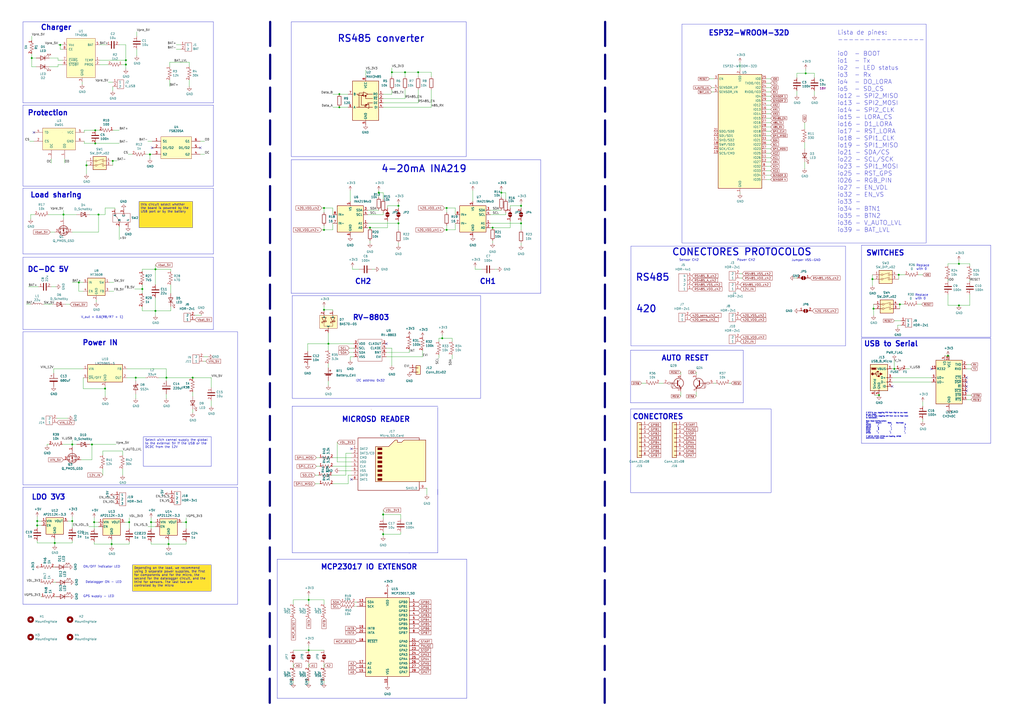
<source format=kicad_sch>
(kicad_sch (version 20231120) (generator "eeschema") (generator_version "8.0")
  (paper "A2")
  (junction (at 87.63 302.895))
  (junction (at 90.17 180.34))
  (junction (at 64.77 315.595))
  (junction (at 259.08 133.35))
  (junction (at 73.025 37.465))
  (junction (at 187.96 120.65))
  (junction (at 222.25 309.88))
  (junction (at 86.995 89.535))
  (junction (at 57.15 124.46))
  (junction (at 50.165 95.885))
  (junction (at 506.095 161.925))
  (junction (at 196.85 54.61))
  (junction (at 60.96 225.425))
  (junction (at 256.54 196.215))
  (junction (at 97.79 315.595))
  (junction (at 290.83 111.76))
  (junction (at 190.5 199.39))
  (junction (at 302.26 129.54))
  (junction (at 65.405 93.345))
  (junction (at 179.07 377.19))
  (junction (at 31.75 314.96))
  (junction (at 78.74 219.075))
  (junction (at 302.26 119.38))
  (junction (at 242.57 41.91))
  (junction (at 234.95 41.91))
  (junction (at 74.93 302.895))
  (junction (at 55.245 75.565))
  (junction (at 18.415 33.655))
  (junction (at 41.91 257.81))
  (junction (at 179.07 347.98))
  (junction (at 231.14 129.54))
  (junction (at 36.83 124.46))
  (junction (at 96.52 219.075))
  (junction (at 34.925 26.035))
  (junction (at 21.59 304.8))
  (junction (at 187.96 179.705))
  (junction (at 21.59 302.26))
  (junction (at 41.91 302.26))
  (junction (at 90.17 156.21))
  (junction (at 187.96 133.35))
  (junction (at 73.025 34.925))
  (junction (at 219.71 111.76))
  (junction (at 222.25 298.45))
  (junction (at 53.34 257.81))
  (junction (at 214.63 132.08))
  (junction (at 111.76 219.075))
  (junction (at 82.55 167.64))
  (junction (at 55.245 83.185))
  (junction (at 54.61 302.895))
  (junction (at 556.26 177.165))
  (junction (at 45.72 163.83))
  (junction (at 509.905 229.235))
  (junction (at 518.795 213.995))
  (junction (at 521.335 159.385))
  (junction (at 231.14 119.38))
  (junction (at 227.33 41.91))
  (junction (at 285.75 132.08))
  (junction (at 467.36 42.545))
  (junction (at 506.73 179.07))
  (junction (at 556.26 153.035))
  (junction (at 259.08 120.65))
  (junction (at 196.85 62.23))
  (junction (at 549.91 206.375))
  (junction (at 521.97 176.53))
  (junction (at 107.95 302.895))
  (no_connect (at 88.265 85.725))
  (no_connect (at 224.155 199.39))
  (no_connect (at 517.525 224.155))
  (no_connect (at 203.835 278.13))
  (no_connect (at 116.205 85.725))
  (no_connect (at 540.385 213.995))
  (no_connect (at 560.705 224.155))
  (no_connect (at 203.835 260.35))
  (no_connect (at 560.705 219.075))
  (no_connect (at 560.705 226.695))
  (no_connect (at 560.705 221.615))
  (no_connect (at 19.685 76.835))
  (wire (pts (xy 96.52 213.995) (xy 96.52 219.075)))
  (wire (pts (xy 506.73 176.53) (xy 506.73 179.07)))
  (wire (pts (xy 213.36 129.54) (xy 231.14 129.54)))
  (wire (pts (xy 562.61 153.035) (xy 556.26 153.035)))
  (wire (pts (xy 227.33 39.37) (xy 227.33 41.91)))
  (wire (pts (xy 41.91 257.81) (xy 41.91 255.27)))
  (wire (pts (xy 87.63 302.895) (xy 90.17 302.895)))
  (wire (pts (xy 183.515 270.51) (xy 185.42 270.51)))
  (wire (pts (xy 462.28 42.545) (xy 467.36 42.545)))
  (wire (pts (xy 285.75 132.08) (xy 295.91 132.08)))
  (wire (pts (xy 245.11 207.01) (xy 245.11 203.2)))
  (wire (pts (xy 466.725 71.12) (xy 466.725 74.93)))
  (wire (pts (xy 31.75 328.93) (xy 31.115 328.93)))
  (wire (pts (xy 190.5 199.39) (xy 178.435 199.39)))
  (wire (pts (xy 203.2 110.49) (xy 203.2 116.84)))
  (polyline (pts (xy 351.028 12.7) (xy 350.774 408.178)) (stroke (width 1.27) (type dash) (color 0 0 125 1)))
  (polyline (pts (xy 123.825 149.225) (xy 123.825 191.135)))
  (wire (pts (xy 25.4 176.53) (xy 30.48 176.53)))
  (wire (pts (xy 79.375 28.575) (xy 79.375 32.385)))
  (wire (pts (xy 41.91 299.72) (xy 41.91 302.26)))
  (wire (pts (xy 257.81 120.65) (xy 259.08 120.65)))
  (wire (pts (xy 372.11 222.25) (xy 374.65 222.25)))
  (wire (pts (xy 36.83 124.46) (xy 36.83 127)))
  (polyline (pts (xy 13.335 109.22) (xy 13.335 147.32)))
  (wire (pts (xy 116.205 81.915) (xy 118.745 81.915)))
  (wire (pts (xy 20.32 124.46) (xy 17.78 124.46)))
  (wire (pts (xy 254.635 196.215) (xy 256.54 196.215)))
  (polyline (pts (xy 13.335 12.7) (xy 123.825 12.7)))
  (wire (pts (xy 48.895 81.915) (xy 48.895 83.185)))
  (wire (pts (xy 28.575 257.81) (xy 27.305 257.81)))
  (wire (pts (xy 227.33 41.91) (xy 227.33 44.45)))
  (wire (pts (xy 444.5 76.2) (xy 447.04 76.2)))
  (wire (pts (xy 86.995 89.535) (xy 86.995 92.075)))
  (wire (pts (xy 204.47 156.21) (xy 208.28 156.21)))
  (polyline (pts (xy 431.165 203.2) (xy 431.165 233.68)))
  (polyline (pts (xy 431.165 233.68) (xy 365.76 233.68)))
  (wire (pts (xy 562.61 154.305) (xy 562.61 153.035)))
  (wire (pts (xy 179.07 374.65) (xy 179.07 377.19)))
  (wire (pts (xy 50.165 95.885) (xy 50.165 100.965)))
  (wire (pts (xy 48.895 76.835) (xy 48.895 75.565)))
  (wire (pts (xy 290.83 111.76) (xy 293.37 111.76)))
  (wire (pts (xy 74.93 300.355) (xy 74.93 302.895)))
  (wire (pts (xy 39.37 302.26) (xy 41.91 302.26)))
  (wire (pts (xy 222.25 309.88) (xy 232.41 309.88)))
  (wire (pts (xy 96.52 219.075) (xy 96.52 220.98)))
  (wire (pts (xy 227.33 201.93) (xy 227.33 212.09)))
  (wire (pts (xy 87.63 314.325) (xy 87.63 315.595)))
  (wire (pts (xy 187.96 179.705) (xy 193.04 179.705)))
  (polyline (pts (xy 574.675 142.24) (xy 574.675 195.58)))
  (wire (pts (xy 232.41 300.99) (xy 232.41 298.45)))
  (wire (pts (xy 33.02 242.57) (xy 39.37 242.57)))
  (wire (pts (xy 182.88 275.59) (xy 184.785 275.59)))
  (wire (pts (xy 222.25 298.45) (xy 232.41 298.45)))
  (wire (pts (xy 41.91 257.81) (xy 41.91 259.08)))
  (wire (pts (xy 45.72 168.91) (xy 48.26 168.91)))
  (wire (pts (xy 41.91 314.96) (xy 41.91 313.69)))
  (wire (pts (xy 444.5 101.6) (xy 447.04 101.6)))
  (wire (pts (xy 525.145 213.995) (xy 527.685 213.995)))
  (wire (pts (xy 73.66 219.075) (xy 78.74 219.075)))
  (wire (pts (xy 48.26 163.83) (xy 45.72 163.83)))
  (wire (pts (xy 403.86 217.17) (xy 403.86 215.9)))
  (wire (pts (xy 214.63 132.08) (xy 224.79 132.08)))
  (wire (pts (xy 518.795 186.055) (xy 522.605 186.055)))
  (wire (pts (xy 32.385 346.075) (xy 31.75 346.075)))
  (wire (pts (xy 118.11 207.01) (xy 120.65 207.01)))
  (wire (pts (xy 193.04 180.34) (xy 193.04 179.705)))
  (wire (pts (xy 411.48 45.72) (xy 414.02 45.72)))
  (wire (pts (xy 293.37 111.76) (xy 293.37 115.57)))
  (wire (pts (xy 73.025 34.925) (xy 73.025 37.465)))
  (wire (pts (xy 33.655 38.735) (xy 33.655 37.465)))
  (wire (pts (xy 45.72 163.83) (xy 45.72 168.91)))
  (wire (pts (xy 57.15 134.62) (xy 57.15 124.46)))
  (wire (pts (xy 518.795 213.995) (xy 518.795 208.915)))
  (wire (pts (xy 88.265 81.915) (xy 85.725 81.915)))
  (wire (pts (xy 170.18 347.98) (xy 179.07 347.98)))
  (wire (pts (xy 170.18 347.98) (xy 170.18 350.52)))
  (wire (pts (xy 201.93 275.59) (xy 201.93 280.67)))
  (wire (pts (xy 190.5 193.04) (xy 190.5 199.39)))
  (wire (pts (xy 535.305 243.205) (xy 535.305 244.475)))
  (wire (pts (xy 556.26 153.035) (xy 549.91 153.035)))
  (wire (pts (xy 231.14 118.11) (xy 231.14 119.38)))
  (wire (pts (xy 21.59 306.07) (xy 21.59 304.8)))
  (polyline (pts (xy 168.91 92.71) (xy 168.91 170.18)))
  (wire (pts (xy 187.96 177.8) (xy 187.96 179.705)))
  (wire (pts (xy 444.5 81.28) (xy 447.04 81.28)))
  (wire (pts (xy 179.07 347.98) (xy 187.96 347.98)))
  (wire (pts (xy 90.17 172.72) (xy 90.17 180.34)))
  (wire (pts (xy 17.78 176.53) (xy 15.24 176.53)))
  (wire (pts (xy 466.725 82.55) (xy 466.725 86.36)))
  (polyline (pts (xy 123.825 12.7) (xy 123.825 59.69)))
  (wire (pts (xy 182.88 280.67) (xy 185.42 280.67)))
  (wire (pts (xy 227.33 41.91) (xy 234.95 41.91)))
  (wire (pts (xy 506.095 161.925) (xy 506.095 165.735)))
  (wire (pts (xy 222.25 309.88) (xy 222.25 311.15)))
  (wire (pts (xy 109.855 38.735) (xy 109.855 36.195)))
  (wire (pts (xy 562.61 163.195) (xy 562.61 161.925)))
  (polyline (pts (xy 313.69 170.18) (xy 168.91 170.18)))
  (wire (pts (xy 275.59 156.21) (xy 279.4 156.21)))
  (wire (pts (xy 224.155 207.01) (xy 245.11 207.01)))
  (wire (pts (xy 525.145 159.385) (xy 521.335 159.385)))
  (wire (pts (xy 205.74 351.79) (xy 207.01 351.79)))
  (wire (pts (xy 222.25 57.15) (xy 234.95 57.15)))
  (polyline (pts (xy 499.745 195.58) (xy 499.745 142.24)))
  (wire (pts (xy 55.245 83.185) (xy 69.215 83.185)))
  (wire (pts (xy 190.5 223.52) (xy 190.5 220.98)))
  (wire (pts (xy 472.44 52.705) (xy 472.44 55.245)))
  (wire (pts (xy 187.96 120.65) (xy 193.04 120.65)))
  (wire (pts (xy 41.91 134.62) (xy 57.15 134.62)))
  (polyline (pts (xy 156.718 12.7) (xy 156.464 407.67)) (stroke (width 1.27) (type dash) (color 0 0 125 1)))
  (wire (pts (xy 179.07 387.35) (xy 179.07 384.81)))
  (wire (pts (xy 444.5 68.58) (xy 447.04 68.58)))
  (wire (pts (xy 259.08 133.35) (xy 259.08 130.81)))
  (wire (pts (xy 222.25 123.19) (xy 222.25 124.46)))
  (polyline (pts (xy 13.335 350.52) (xy 15.24 350.52)))
  (polyline (pts (xy 13.335 149.225) (xy 13.335 191.135)))
  (wire (pts (xy 109.855 36.195) (xy 98.425 36.195)))
  (wire (pts (xy 254.635 207.645) (xy 254.635 205.74)))
  (wire (pts (xy 231.14 128.27) (xy 231.14 129.54)))
  (wire (pts (xy 521.97 176.53) (xy 521.97 179.07)))
  (wire (pts (xy 60.96 124.46) (xy 57.15 124.46)))
  (wire (pts (xy 467.36 42.545) (xy 467.36 40.005)))
  (wire (pts (xy 21.59 302.26) (xy 21.59 299.72)))
  (wire (pts (xy 295.91 128.27) (xy 295.91 132.08)))
  (wire (pts (xy 302.26 142.24) (xy 302.26 140.97)))
  (wire (pts (xy 54.61 314.325) (xy 54.61 315.595)))
  (wire (pts (xy 187.96 120.65) (xy 187.96 123.19)))
  (wire (pts (xy 237.49 204.47) (xy 237.49 202.565)))
  (wire (pts (xy 444.5 78.74) (xy 447.04 78.74)))
  (polyline (pts (xy 123.825 60.96) (xy 123.825 107.95)))
  (wire (pts (xy 31.115 213.995) (xy 31.115 216.535)))
  (wire (pts (xy 295.91 120.65) (xy 295.91 119.38)))
  (wire (pts (xy 31.75 314.96) (xy 41.91 314.96)))
  (wire (pts (xy 227.33 52.07) (xy 227.33 54.61)))
  (wire (pts (xy 122.555 224.79) (xy 122.555 219.075)))
  (wire (pts (xy 549.91 177.165) (xy 556.26 177.165)))
  (wire (pts (xy 51.435 305.435) (xy 57.15 305.435)))
  (wire (pts (xy 222.25 54.61) (xy 227.33 54.61)))
  (wire (pts (xy 196.85 62.23) (xy 201.93 62.23)))
  (wire (pts (xy 71.12 275.59) (xy 71.12 271.78)))
  (wire (pts (xy 57.15 124.46) (xy 52.07 124.46)))
  (wire (pts (xy 97.79 313.055) (xy 97.79 315.595)))
  (wire (pts (xy 200.66 262.89) (xy 200.66 275.59)))
  (wire (pts (xy 60.96 120.65) (xy 66.675 120.65)))
  (wire (pts (xy 290.83 110.49) (xy 290.83 111.76)))
  (wire (pts (xy 59.69 261.62) (xy 59.69 264.16)))
  (polyline (pts (xy 137.795 350.52) (xy 137.795 282.575)))
  (wire (pts (xy 444.5 66.04) (xy 447.04 66.04)))
  (wire (pts (xy 232.41 308.61) (xy 232.41 309.88)))
  (wire (pts (xy 186.69 133.35) (xy 187.96 133.35)))
  (wire (pts (xy 203.2 207.01) (xy 205.105 207.01)))
  (wire (pts (xy 73.025 26.035) (xy 73.025 34.925)))
  (wire (pts (xy 202.565 201.93) (xy 205.105 201.93)))
  (wire (pts (xy 264.16 133.35) (xy 264.16 129.54)))
  (wire (pts (xy 302.26 129.54) (xy 302.26 133.35)))
  (wire (pts (xy 262.255 196.215) (xy 256.54 196.215)))
  (wire (pts (xy 170.18 396.24) (xy 170.18 394.97)))
  (wire (pts (xy 234.95 41.91) (xy 242.57 41.91)))
  (wire (pts (xy 46.99 266.7) (xy 53.34 266.7)))
  (wire (pts (xy 472.44 42.545) (xy 472.44 45.085)))
  (wire (pts (xy 99.06 156.21) (xy 99.06 157.48)))
  (wire (pts (xy 195.58 267.97) (xy 203.835 267.97)))
  (wire (pts (xy 222.25 62.23) (xy 250.19 62.23)))
  (wire (pts (xy 414.02 50.8) (xy 412.75 50.8)))
  (wire (pts (xy 287.02 156.21) (xy 288.29 156.21)))
  (wire (pts (xy 461.01 161.29) (xy 462.28 161.29)))
  (wire (pts (xy 250.19 62.23) (xy 250.19 52.07)))
  (wire (pts (xy 36.83 124.46) (xy 36.83 121.92)))
  (wire (pts (xy 64.77 316.865) (xy 64.77 315.595)))
  (wire (pts (xy 444.5 83.82) (xy 447.04 83.82)))
  (wire (pts (xy 254.635 198.12) (xy 254.635 196.215)))
  (wire (pts (xy 520.7 188.595) (xy 520.7 189.865)))
  (wire (pts (xy 202.565 204.47) (xy 205.105 204.47)))
  (wire (pts (xy 444.5 96.52) (xy 447.04 96.52)))
  (wire (pts (xy 63.5 168.91) (xy 66.04 168.91)))
  (polyline (pts (xy 13.335 59.69) (xy 13.335 12.7)))
  (wire (pts (xy 54.61 302.895) (xy 57.15 302.895)))
  (polyline (pts (xy 237.49 321.31) (xy 237.49 321.31)))
  (wire (pts (xy 21.59 302.26) (xy 24.13 302.26)))
  (wire (pts (xy 562.61 177.165) (xy 562.61 170.815)))
  (wire (pts (xy 36.195 26.035) (xy 34.925 26.035)))
  (wire (pts (xy 242.57 41.91) (xy 242.57 44.45)))
  (wire (pts (xy 414.02 53.34) (xy 412.75 53.34)))
  (wire (pts (xy 122.555 219.075) (xy 111.76 219.075)))
  (wire (pts (xy 205.74 349.25) (xy 207.01 349.25)))
  (wire (pts (xy 28.575 33.655) (xy 33.655 33.655)))
  (wire (pts (xy 170.18 377.19) (xy 179.07 377.19)))
  (wire (pts (xy 302.26 118.11) (xy 302.26 119.38)))
  (wire (pts (xy 462.28 45.085) (xy 462.28 42.545)))
  (wire (pts (xy 222.25 308.61) (xy 222.25 309.88)))
  (wire (pts (xy 65.405 75.565) (xy 69.215 75.565)))
  (wire (pts (xy 507.365 229.235) (xy 509.905 229.235)))
  (wire (pts (xy 104.775 26.035) (xy 102.235 26.035)))
  (wire (pts (xy 429.26 161.29) (xy 430.53 161.29)))
  (wire (pts (xy 190.5 199.39) (xy 190.5 203.2)))
  (wire (pts (xy 57.785 34.925) (xy 73.025 34.925)))
  (wire (pts (xy 467.36 42.545) (xy 472.44 42.545)))
  (wire (pts (xy 65.405 93.345) (xy 67.945 93.345)))
  (wire (pts (xy 33.655 37.465) (xy 36.195 37.465)))
  (wire (pts (xy 111.76 227.33) (xy 111.76 229.87)))
  (wire (pts (xy 429.26 158.75) (xy 430.53 158.75)))
  (wire (pts (xy 107.95 315.595) (xy 107.95 314.325)))
  (wire (pts (xy 224.155 204.47) (xy 237.49 204.47)))
  (wire (pts (xy 82.55 156.21) (xy 90.17 156.21)))
  (polyline (pts (xy 574.675 195.58) (xy 499.745 195.58)))
  (wire (pts (xy 224.79 119.38) (xy 231.14 119.38)))
  (polyline (pts (xy 13.335 147.32) (xy 123.825 147.32)))
  (polyline (pts (xy 499.745 196.215) (xy 574.675 196.215)))
  (wire (pts (xy 74.93 302.895) (xy 74.93 306.705)))
  (wire (pts (xy 444.5 71.12) (xy 447.04 71.12)))
  (polyline (pts (xy 254 320.675) (xy 254 283.845)))
  (wire (pts (xy 59.69 271.78) (xy 59.69 275.59)))
  (wire (pts (xy 55.88 173.99) (xy 55.88 175.26)))
  (wire (pts (xy 274.32 110.49) (xy 274.32 116.84)))
  (wire (pts (xy 193.04 62.23) (xy 196.85 62.23)))
  (wire (pts (xy 560.705 229.235) (xy 563.372 229.235)))
  (wire (pts (xy 107.95 302.895) (xy 107.95 306.705)))
  (wire (pts (xy 82.55 156.21) (xy 82.55 157.48)))
  (wire (pts (xy 517.525 221.615) (xy 540.385 221.615)))
  (wire (pts (xy 74.93 315.595) (xy 74.93 314.325)))
  (wire (pts (xy 262.255 205.74) (xy 262.255 208.28)))
  (wire (pts (xy 242.57 59.69) (xy 242.57 52.07)))
  (wire (pts (xy 231.14 119.38) (xy 231.14 120.65)))
  (wire (pts (xy 213.36 124.46) (xy 222.25 124.46)))
  (polyline (pts (xy 13.335 149.225) (xy 123.825 149.225)))
  (wire (pts (xy 556.26 151.13) (xy 556.26 153.035)))
  (wire (pts (xy 21.59 313.69) (xy 21.59 314.96)))
  (wire (pts (xy 247.65 283.21) (xy 247.65 287.02)))
  (polyline (pts (xy 499.745 142.24) (xy 574.675 142.24)))
  (wire (pts (xy 111.76 239.395) (xy 111.76 237.49)))
  (wire (pts (xy 444.5 53.34) (xy 447.04 53.34)))
  (wire (pts (xy 41.91 302.26) (xy 41.91 306.07)))
  (wire (pts (xy 18.415 33.655) (xy 20.955 33.655)))
  (polyline (pts (xy 13.335 109.22) (xy 123.825 109.22)))
  (polyline (pts (xy 15.24 350.52) (xy 137.795 350.52)))
  (wire (pts (xy 96.52 231.14) (xy 96.52 228.6)))
  (wire (pts (xy 231.14 129.54) (xy 231.14 133.35)))
  (wire (pts (xy 550.545 206.375) (xy 549.91 206.375)))
  (wire (pts (xy 82.55 180.34) (xy 90.17 180.34)))
  (polyline (pts (xy 237.49 320.675) (xy 254 320.675)))
  (wire (pts (xy 65.405 93.345) (xy 65.405 95.885)))
  (wire (pts (xy 382.27 222.25) (xy 384.81 222.25)))
  (wire (pts (xy 415.29 222.25) (xy 414.02 222.25)))
  (wire (pts (xy 16.51 166.37) (xy 22.225 166.37)))
  (wire (pts (xy 187.96 133.35) (xy 187.96 130.81)))
  (polyline (pts (xy 313.69 92.71) (xy 313.69 170.18)))
  (wire (pts (xy 45.72 163.83) (xy 41.91 163.83)))
  (wire (pts (xy 522.605 188.595) (xy 520.7 188.595)))
  (wire (pts (xy 444.5 63.5) (xy 447.04 63.5)))
  (wire (pts (xy 222.25 295.91) (xy 222.25 298.45)))
  (wire (pts (xy 48.895 75.565) (xy 55.245 75.565)))
  (wire (pts (xy 444.5 58.42) (xy 447.04 58.42)))
  (polyline (pts (xy 123.825 107.95) (xy 13.335 107.95)))
  (wire (pts (xy 203.2 208.915) (xy 203.2 207.01)))
  (wire (pts (xy 264.16 120.65) (xy 264.16 124.46)))
  (wire (pts (xy 90.17 156.21) (xy 99.06 156.21)))
  (wire (pts (xy 213.36 132.08) (xy 214.63 132.08)))
  (wire (pts (xy 224.155 201.93) (xy 227.33 201.93)))
  (wire (pts (xy 444.5 55.88) (xy 447.04 55.88)))
  (wire (pts (xy 48.26 225.425) (xy 60.96 225.425)))
  (wire (pts (xy 193.04 120.65) (xy 193.04 124.46)))
  (wire (pts (xy 21.59 314.96) (xy 31.75 314.96)))
  (wire (pts (xy 222.25 59.69) (xy 242.57 59.69)))
  (wire (pts (xy 99.06 170.18) (xy 99.06 165.1)))
  (wire (pts (xy 219.71 110.49) (xy 219.71 111.76)))
  (wire (pts (xy 549.91 163.195) (xy 549.91 161.925)))
  (wire (pts (xy 262.255 196.215) (xy 262.255 198.12)))
  (wire (pts (xy 178.435 199.39) (xy 178.435 203.835)))
  (wire (pts (xy 462.28 52.705) (xy 462.28 55.245)))
  (wire (pts (xy 85.725 305.435) (xy 90.17 305.435)))
  (wire (pts (xy 65.405 50.165) (xy 65.405 52.705)))
  (wire (pts (xy 403.86 227.33) (xy 403.86 229.87)))
  (wire (pts (xy 556.26 177.165) (xy 562.61 177.165)))
  (wire (pts (xy 193.04 270.51) (xy 203.835 270.51)))
  (wire (pts (xy 24.13 304.8) (xy 21.59 304.8)))
  (wire (pts (xy 284.48 124.46) (xy 293.37 124.46)))
  (wire (pts (xy 213.36 121.92) (xy 219.71 121.92)))
  (polyline (pts (xy 254 236.22) (xy 254 287.02)))
  (polyline (pts (xy 123.825 191.135) (xy 13.335 191.135)))
  (wire (pts (xy 116.84 182.88) (xy 113.03 182.88)))
  (wire (pts (xy 179.07 345.44) (xy 179.07 347.98)))
  (wire (pts (xy 187.96 179.705) (xy 187.96 180.34)))
  (wire (pts (xy 444.5 73.66) (xy 447.04 73.66)))
  (wire (pts (xy 466.725 93.98) (xy 466.725 97.79)))
  (wire (pts (xy 78.74 219.075) (xy 84.455 219.075)))
  (wire (pts (xy 55.245 75.565) (xy 57.785 75.565)))
  (wire (pts (xy 54.61 302.895) (xy 54.61 300.355)))
  (wire (pts (xy 82.55 177.8) (xy 82.55 180.34)))
  (wire (pts (xy 47.625 47.625) (xy 47.625 48.895)))
  (wire (pts (xy 196.85 273.05) (xy 203.835 273.05)))
  (wire (pts (xy 231.14 142.24) (xy 231.14 140.97)))
  (wire (pts (xy 28.575 38.735) (xy 33.655 38.735)))
  (wire (pts (xy 19.685 81.915) (xy 17.145 81.915)))
  (polyline (pts (xy 499.745 257.175) (xy 499.745 196.215)))
  (wire (pts (xy 193.04 54.61) (xy 196.85 54.61)))
  (polyline (pts (xy 13.335 282.575) (xy 13.335 350.52)))
  (wire (pts (xy 73.66 213.995) (xy 96.52 213.995)))
  (wire (pts (xy 98.425 36.195) (xy 98.425 38.735)))
  (polyline (pts (xy 168.91 92.71) (xy 313.69 92.71)))
  (wire (pts (xy 105.41 302.895) (xy 107.95 302.895)))
  (wire (pts (xy 38.1 176.53) (xy 40.64 176.53)))
  (polyline (pts (xy 574.675 196.215) (xy 574.675 257.175)))
  (wire (pts (xy 549.91 170.815) (xy 549.91 177.165)))
  (wire (pts (xy 54.61 315.595) (xy 64.77 315.595)))
  (wire (pts (xy 87.63 302.895) (xy 87.63 306.705)))
  (wire (pts (xy 78.105 167.64) (xy 82.55 167.64)))
  (wire (pts (xy 204.47 154.94) (xy 204.47 156.21)))
  (wire (pts (xy 222.25 298.45) (xy 222.25 300.99)))
  (wire (pts (xy 72.39 302.895) (xy 74.93 302.895)))
  (wire (pts (xy 302.26 119.38) (xy 302.26 120.65)))
  (polyline (pts (xy 365.76 233.68) (xy 365.76 203.2)))
  (wire (pts (xy 186.69 120.65) (xy 187.96 120.65)))
  (wire (pts (xy 444.5 91.44) (xy 447.04 91.44)))
  (wire (pts (xy 78.74 228.6) (xy 78.74 231.14)))
  (wire (pts (xy 122.555 232.41) (xy 122.555 235.585)))
  (wire (pts (xy 48.26 219.075) (xy 48.26 225.425)))
  (wire (pts (xy 444.5 93.98) (xy 447.04 93.98)))
  (wire (pts (xy 560.705 213.995) (xy 563.245 213.995)))
  (wire (pts (xy 18.415 33.655) (xy 18.415 38.735)))
  (wire (pts (xy 302.26 128.27) (xy 302.26 129.54)))
  (wire (pts (xy 53.34 257.81) (xy 52.07 257.81)))
  (wire (pts (xy 444.5 99.06) (xy 447.04 99.06)))
  (wire (pts (xy 48.26 213.995) (xy 31.115 213.995)))
  (wire (pts (xy 193.04 133.35) (xy 193.04 129.54)))
  (wire (pts (xy 33.655 34.925) (xy 36.195 34.925)))
  (wire (pts (xy 532.765 159.385) (xy 535.305 159.385)))
  (wire (pts (xy 224.79 120.65) (xy 224.79 119.38)))
  (wire (pts (xy 60.96 229.87) (xy 60.96 225.425)))
  (wire (pts (xy 429.26 40.64) (xy 429.26 36.195)))
  (wire (pts (xy 104.775 28.575) (xy 102.235 28.575)))
  (wire (pts (xy 444.5 60.96) (xy 447.04 60.96)))
  (wire (pts (xy 71.12 261.62) (xy 59.69 261.62)))
  (wire (pts (xy 215.9 156.21) (xy 217.17 156.21)))
  (wire (pts (xy 50.165 93.345) (xy 50.165 95.885)))
  (wire (pts (xy 187.96 133.35) (xy 193.04 133.35)))
  (wire (pts (xy 179.07 396.24) (xy 179.07 394.97)))
  (wire (pts (xy 444.5 48.26) (xy 447.04 48.26)))
  (wire (pts (xy 187.96 387.35) (xy 187.96 384.81)))
  (wire (pts (xy 82.55 165.1) (xy 82.55 167.64)))
  (wire (pts (xy 90.17 156.21) (xy 90.17 165.1)))
  (wire (pts (xy 250.19 44.45) (xy 250.19 41.91)))
  (polyline (pts (xy 123.825 109.22) (xy 123.825 147.32)))
  (wire (pts (xy 518.795 213.995) (xy 520.065 213.995)))
  (polyline (pts (xy 169.545 320.675) (xy 169.545 235.585)))
  (wire (pts (xy 234.95 41.91) (xy 234.95 44.45)))
  (wire (pts (xy 109.855 50.165) (xy 109.855 46.355)))
  (wire (pts (xy 444.5 104.14) (xy 447.04 104.14)))
  (polyline (pts (xy 13.335 107.95) (xy 13.335 60.96)))
  (wire (pts (xy 422.91 222.25) (xy 424.18 222.25)))
  (wire (pts (xy 444.5 45.72) (xy 447.04 45.72)))
  (wire (pts (xy 18.415 38.735) (xy 20.955 38.735)))
  (wire (pts (xy 87.63 315.595) (xy 97.79 315.595)))
  (wire (pts (xy 224.79 128.27) (xy 224.79 132.08)))
  (wire (pts (xy 97.79 315.595) (xy 107.95 315.595)))
  (wire (pts (xy 219.71 114.3) (xy 219.71 111.76)))
  (wire (pts (xy 532.13 176.53) (xy 534.67 176.53)))
  (polyline (pts (xy 169.545 320.675) (xy 237.49 320.675)))
  (wire (pts (xy 27.305 257.81) (xy 27.305 258.445)))
  (wire (pts (xy 193.04 280.67) (xy 201.93 280.67)))
  (wire (pts (xy 73.025 37.465) (xy 73.025 40.005)))
  (wire (pts (xy 37.465 92.075) (xy 37.465 94.615)))
  (wire (pts (xy 524.51 176.53) (xy 521.97 176.53)))
  (wire (pts (xy 34.925 26.035) (xy 33.655 26.035)))
  (wire (pts (xy 284.48 121.92) (xy 290.83 121.92)))
  (wire (pts (xy 285.75 140.97) (xy 285.75 139.7)))
  (wire (pts (xy 64.77 315.595) (xy 74.93 315.595)))
  (wire (pts (xy 31.75 312.42) (xy 31.75 314.96)))
  (wire (pts (xy 192.405 275.59) (xy 200.66 275.59)))
  (wire (pts (xy 560.705 231.775) (xy 563.245 231.775)))
  (wire (pts (xy 506.73 182.88) (xy 506.73 179.07)))
  (wire (pts (xy 21.59 304.8) (xy 21.59 302.26)))
  (wire (pts (xy 18.415 23.495) (xy 18.415 20.955)))
  (wire (pts (xy 234.95 57.15) (xy 234.95 52.07)))
  (wire (pts (xy 53.34 257.81) (xy 67.31 257.81)))
  (wire (pts (xy 99.06 180.34) (xy 90.17 180.34)))
  (wire (pts (xy 79.375 20.955) (xy 79.375 18.415)))
  (wire (pts (xy 200.66 262.89) (xy 203.835 262.89)))
  (wire (pts (xy 212.09 44.45) (xy 212.09 40.64)))
  (wire (pts (xy 107.95 300.355) (xy 107.95 302.895)))
  (wire (pts (xy 506.095 159.385) (xy 506.095 161.925)))
  (wire (pts (xy 219.71 111.76) (xy 222.25 111.76)))
  (wire (pts (xy 17.78 124.46) (xy 17.78 127)))
  (wire (pts (xy 60.96 225.425) (xy 60.96 224.155)))
  (wire (pts (xy 193.04 265.43) (xy 203.835 265.43)))
  (wire (pts (xy 535.305 235.585) (xy 535.305 233.045)))
  (wire (pts (xy 222.25 111.76) (xy 222.25 115.57)))
  (polyline (pts (xy 365.76 203.2) (xy 431.165 203.2)))
  (wire (pts (xy 259.08 120.65) (xy 264.16 120.65)))
  (wire (pts (xy 111.76 219.075) (xy 111.76 219.71)))
  (wire (pts (xy 78.74 219.075) (xy 78.74 220.98)))
  (wire (pts (xy 69.215 26.035) (xy 73.025 26.035)))
  (polyline (pts (xy 13.335 282.575) (xy 137.795 282.575)))
  (wire (pts (xy 90.17 153.67) (xy 90.17 156.21)))
  (wire (pts (xy 31.75 134.62) (xy 29.21 134.62)))
  (wire (pts (xy 187.96 396.24) (xy 187.96 394.97)))
  (wire (pts (xy 63.5 163.83) (xy 66.04 163.83)))
  (wire (pts (xy 179.07 377.19) (xy 187.96 377.19)))
  (polyline (pts (xy 123.825 59.69) (xy 13.335 59.69)))
  (wire (pts (xy 295.91 119.38) (xy 302.26 119.38)))
  (wire (pts (xy 429.26 111.76) (xy 429.26 112.395)))
  (wire (pts (xy 57.785 26.035) (xy 61.595 26.035)))
  (wire (pts (xy 214.63 140.97) (xy 214.63 139.7)))
  (polyline (pts (xy 169.545 235.585) (xy 254 235.585)))
  (wire (pts (xy 517.525 213.995) (xy 518.795 213.995)))
  (wire (pts (xy 53.34 266.7) (xy 53.34 257.81)))
  (polyline (pts (xy 13.335 60.96) (xy 123.825 60.96)))
  (wire (pts (xy 65.405 47.625) (xy 62.865 47.625)))
  (wire (pts (xy 36.83 124.46) (xy 27.94 124.46)))
  (wire (pts (xy 97.79 316.865) (xy 97.79 315.595)))
  (wire (pts (xy 64.77 313.055) (xy 64.77 315.595)))
  (wire (pts (xy 96.52 219.075) (xy 111.76 219.075)))
  (wire (pts (xy 170.18 387.35) (xy 170.18 384.81)))
  (wire (pts (xy 257.81 133.35) (xy 259.08 133.35)))
  (wire (pts (xy 36.195 28.575) (xy 34.925 28.575)))
  (wire (pts (xy 190.5 213.36) (xy 190.5 210.82)))
  (wire (pts (xy 48.895 83.185) (xy 55.245 83.185)))
  (wire (pts (xy 179.07 347.98) (xy 179.07 350.52)))
  (wire (pts (xy 66.675 120.65) (xy 66.675 121.285)))
  (wire (pts (xy 34.925 28.575) (xy 34.925 26.035)))
  (wire (pts (xy 444.5 86.36) (xy 447.04 86.36)))
  (wire (pts (xy 549.91 206.375) (xy 548.005 206.375)))
  (wire (pts (xy 394.97 217.17) (xy 394.97 215.9)))
  (wire (pts (xy 284.48 129.54) (xy 302.26 129.54)))
  (wire (pts (xy 444.5 88.9) (xy 447.04 88.9)))
  (wire (pts (xy 116.205 89.535) (xy 118.745 89.535)))
  (wire (pts (xy 18.415 31.115) (xy 18.415 33.655)))
  (wire (pts (xy 69.215 131.445) (xy 69.215 139.065)))
  (wire (pts (xy 259.08 133.35) (xy 264.16 133.35)))
  (wire (pts (xy 54.61 302.895) (xy 54.61 306.705)))
  (wire (pts (xy 247.015 283.21) (xy 247.65 283.21)))
  (wire (pts (xy 31.75 316.23) (xy 31.75 314.96)))
  (wire (pts (xy 86.995 89.535) (xy 88.265 89.535)))
  (wire (pts (xy 23.495 346.075) (xy 24.13 346.075)))
  (wire (pts (xy 90.17 180.34) (xy 90.17 182.88)))
  (wire (pts (xy 118.11 209.55) (xy 119.38 209.55)))
  (wire (pts (xy 394.97 227.33) (xy 394.97 229.87)))
  (wire (pts (xy 521.335 159.385) (xy 521.335 161.925)))
  (wire (pts (xy 41.91 257.81) (xy 36.195 257.81)))
  (wire (pts (xy 29.845 166.37) (xy 32.385 166.37)))
  (wire (pts (xy 32.385 337.82) (xy 31.115 337.82)))
  (wire (pts (xy 84.455 89.535) (xy 86.995 89.535)))
  (wire (pts (xy 71.12 264.16) (xy 71.12 261.62)))
  (wire (pts (xy 259.08 120.65) (xy 259.08 123.19)))
  (wire (pts (xy 44.45 124.46) (xy 36.83 124.46)))
  (wire (pts (xy 293.37 123.19) (xy 293.37 124.46)))
  (wire (pts (xy 87.63 302.895) (xy 87.63 300.355)))
  (wire (pts (xy 33.655 33.655) (xy 33.655 34.925)))
  (wire (pts (xy 99.06 177.8) (xy 99.06 180.34)))
  (wire (pts (xy 44.45 257.81) (xy 41.91 257.81)))
  (wire (pts (xy 275.59 154.94) (xy 275.59 156.21)))
  (wire (pts (xy 560.705 211.455) (xy 563.245 211.455)))
  (wire (pts (xy 256.54 194.31) (xy 256.54 196.215)))
  (wire (pts (xy 196.85 54.61) (xy 201.93 54.61)))
  (wire (pts (xy 517.525 219.075) (xy 540.385 219.075)))
  (wire (pts (xy 444.5 50.8) (xy 447.04 50.8)))
  (wire (pts (xy 195.58 256.54) (xy 195.58 267.97)))
  (wire (pts (xy 549.91 154.305) (xy 549.91 153.035)))
  (wire (pts (xy 76.835 89.535) (xy 74.295 89.535)))
  (wire (pts (xy 60.96 120.65) (xy 60.96 124.46)))
  (wire (pts (xy 70.485 37.465) (xy 73.025 37.465)))
  (wire (pts (xy 183.515 265.43) (xy 185.42 265.43)))
  (wire (pts (xy 187.96 347.98) (xy 187.96 350.52)))
  (wire (pts (xy 57.785 37.465) (xy 62.865 37.465)))
  (wire (pts (xy 29.845 92.075) (xy 29.845 94.615)))
  (wire (pts (xy 250.19 41.91) (xy 242.57 41.91)))
  (wire (pts (xy 98.425 46.355) (xy 98.425 50.165)))
  (wire (pts (xy 82.55 167.64) (xy 82.55 170.18)))
  (wire (pts (xy 290.83 114.3) (xy 290.83 111.76)))
  (wire (pts (xy 190.5 199.39) (xy 205.105 199.39)))
  (wire (pts (xy 203.835 275.59) (xy 201.93 275.59)))
  (wire (pts (xy 92.075 219.075) (xy 96.52 219.075)))
  (polyline (pts (xy 574.675 257.175) (xy 499.745 257.175)))
  (wire (pts (xy 284.48 132.08) (xy 285.75 132.08)))
  (rectangle (start 160.782 324.358) (end 270.764 405.13))
  (rectangle (start 168.91 12.7) (end 270.51 90.805))
  (rectangle (start 366.014 142.748) (end 490.474 200.66))
  (rectangle (start 365.76 237.236) (end 447.294 285.75))
  (rectangle (start 395.605 13.97) (end 537.21 140.97))
  (rectangle (start 13.335 192.405) (end 137.795 281.305))
  (rectangle (start 169.545 171.45) (end 278.765 231.14))
  (text_box "Select wich cannal supply the global to the external 5V if the USB or the DCDC from the 12V\n" (at 83.185 253.365 0) (size 39.37 17.145) (effects (font (size 1.27 1.27)) (justify left top)))
  (text_box "Depending on the load, we recommend using 3 separate power supplies. the first for components and for the micro, the second for the datalogger circuit, and the third for sensors. The last two are controlled by the micro" (at 76.835 327.66 0) (size 45.72 15.24) (fill (type color) (color 255 227 49 1)) (effects (font (size 1.27 1.27)) (justify left top)))
  (text_box "this circuit select whether the board is powered by the USB port or by the battery" (at 80.645 116.84 0) (size 31.115 15.24) (fill (type color) (color 255 227 49 1)) (effects (font (size 1.27 1.27)) (justify left top)))
  (text "420" (at 368.808 181.61 0) (effects (font (size 4 4) (thickness 0.5994) (bold yes)) (justify left bottom)))
  (text "Replace \nwith 0" (at 530.86 173.99 0) (effects (font (size 1.27 1.27)) (justify left bottom)))
  (text "Lista de pines:\n----------------\n\nio0  - BOOT\nio1  - Tx\nio2  - LED status\nio3  - Rx\nio4  - DO_LORA\nio5  - SD_CS\nio12 - SPI2_MISO\nio13 - SPI2_MOSI\nio14 - SPI2_CLK \nio15 - LORA_CS\nio16 - D1_LORA\nio17 - RST_LORA\nio18 - SPI1_CLK\nio19 - SPI1_MISO\nio21 - SDA/CS\nio22 - SCL/SCK\nio23 - SPI1_MOSI\nio25 - RST_GPS\ni026 - RGB_PIN\nio27 - EN_VDL\nio32 - EN_VS\nio33 - \nio34 - BTN1\nio35 - BTN2\nio36 - V_AUTO_LVL\nio39 - BAT_LVL\n\n" (at 485.775 139.065 0) (effects (font (size 2.54 2.54)) (justify left bottom)))
  (text "Power CH2" (at 427.482 151.638 0) (effects (font (size 1.27 1.27)) (justify left bottom)))
  (text "RS485 converter" (at 195.58 24.765 0) (effects (font (size 4 4) (thickness 0.5994) (bold yes)) (justify left bottom)))
  (text "MCP23017 IO EXTENSOR" (at 185.928 330.708 0) (effects (font (size 2.9972 2.9972) (thickness 0.5994) (bold yes)) (justify left bottom)))
  (text "4-20mA INA219" (at 220.98 100.33 0) (effects (font (size 4 4) (thickness 0.5994) (bold yes)) (justify left bottom)))
  (text "Charger" (at 23.495 17.78 0) (effects (font (size 2.9972 2.9972) (thickness 0.5994) (bold yes)) (justify left bottom)))
  (text "USB to Serial" (at 501.015 201.295 0) (effects (font (size 2.9972 2.9972) (thickness 0.5994) (bold yes)) (justify left bottom)))
  (text "Datalogger ON - LED" (at 49.53 338.455 0) (effects (font (size 1.27 1.27)) (justify left bottom)))
  (text "ESP32-WROOM-32D" (at 410.845 20.955 0) (effects (font (size 2.9972 2.9972) (thickness 0.5994) (bold yes)) (justify left bottom)))
  (text "Replace \nwith 0" (at 531.495 156.845 0) (effects (font (size 1.27 1.27)) (justify left bottom)))
  (text "DC-DC 5V" (at 40.005 158.115 0) (effects (font (size 2.9972 2.9972) (thickness 0.5994) (bold yes)) (justify right bottom)))
  (text "SWITCHES" (at 502.285 148.59 0) (effects (font (size 2.9972 2.9972) (thickness 0.5994) (bold yes)) (justify left bottom)))
  (text "CH1" (at 278.13 165.1 0) (effects (font (size 2.9972 2.9972) (thickness 0.5994) (bold yes)) (justify left bottom)))
  (text "MICROSD READER" (at 198.12 245.11 0) (effects (font (size 2.9972 2.9972) (thickness 0.5994) (bold yes)) (justify left bottom)))
  (text "Power IN" (at 68.58 200.66 0) (effects (font (size 2.9972 2.9972) (thickness 0.5994) (bold yes)) (justify right bottom)))
  (text "AUTO RESET" (at 383.54 209.55 0) (effects (font (size 2.9972 2.9972) (thickness 0.5994) (bold yes)) (justify left bottom)))
  (text "If DTR is Low, toggling RTS from High to Low reset\nto run mode.\nIf RTS is High, toggling DTR from Low to High reset\nto bootloader.\n\nBoot Mode Configuration:\nPin         Default        Boot      Download\nGPIO0         1               1                0\nU0TXD        1               1                x\nGPIO2         0               x                0\nGPIO4         0               x                x\nMTDO        1               x                 x\nGPIO5         1              1                 x\n\nIf U0TXD, GPIO2, GPIO5 are floating, GPIO0\ndetermines boot mode." (at 502.285 254.635 0) (effects (font (size 0.6096 0.6096)) (justify left bottom)))
  (text "Protection" (at 15.875 67.31 0) (effects (font (size 2.9972 2.9972) (thickness 0.5994) (bold yes)) (justify left bottom)))
  (text "Jumper VSS-GND" (at 459.105 151.765 0) (effects (font (size 1.27 1.27)) (justify left bottom)))
  (text "GPS supply - LED\n" (at 48.26 346.71 0) (effects (font (size 1.27 1.27)) (justify left bottom)))
  (text "Sensor CH2\n" (at 393.954 151.638 0) (effects (font (size 1.27 1.27)) (justify left bottom)))
  (text "LDO 3V3" (at 38.1 290.195 0) (effects (font (size 2.9972 2.9972) (thickness 0.5994) (bold yes)) (justify right bottom)))
  (text "RS485" (at 368.554 163.322 0) (effects (font (size 4 4) (thickness 0.5994) (bold yes)) (justify left bottom)))
  (text "ON/OFF indicator LED" (at 48.26 329.565 0) (effects (font (size 1.27 1.27)) (justify left bottom)))
  (text "CH2" (at 205.74 165.1 0) (effects (font (size 2.9972 2.9972) (thickness 0.5994) (bold yes)) (justify left bottom)))
  (text "I2C addres: 0x32" (at 206.375 221.615 0) (effects (font (size 1.27 1.27)) (justify left bottom)))
  (text "CONECTORES PROTOCOLOS\n" (at 389.636 148.59 0) (effects (font (size 4 4) (thickness 0.5994) (bold yes)) (justify left bottom)))
  (text "V_out = 0.6(R8/R7 + 1)" (at 46.99 184.785 0) (effects (font (size 1.27 1.27)) (justify left bottom)))
  (text "CONECTORES\n" (at 366.776 243.586 0) (effects (font (size 2.9972 2.9972) (thickness 0.5994) (bold yes)) (justify left bottom)))
  (text "RV-8803" (at 204.47 186.055 0) (effects (font (size 3 3) (thickness 0.6) (bold yes)) (justify left bottom)))
  (text "Load sharing" (at 47.625 114.935 0) (effects (font (size 2.9972 2.9972) (thickness 0.5994) (bold yes)) (justify right bottom)))
  (label "OC" (at 118.745 89.535 0))
  (label "Vpre_5V" (at 79.375 18.415 0))
  (label "RS485_EN" (at 234.95 57.15 0))
  (label "FB_5V" (at 78.105 167.64 180))
  (label "CS" (at 17.145 81.915 180))
  (label "Vpre_5V" (at 67.31 257.81 0))
  (label "BAT-" (at 102.235 28.575 180))
  (label "SDA" (at 214.63 121.92 0))
  (label "VDL_3V3" (at 74.93 300.355 0))
  (label "Vpre_5V" (at 33.655 26.035 180))
  (label "+5V" (at 69.215 139.065 0))
  (label "BAT+" (at 41.91 163.83 0))
  (label "BAT+" (at 98.425 50.165 0))
  (label "V_AUTO_LVL" (at 71.12 261.62 0))
  (label "V_USB" (at 527.685 213.995 0))
  (label "VS_3V3" (at 212.09 40.64 0))
  (label "BAT+" (at 69.215 75.565 0))
  (label "RS485_EN" (at 242.57 59.69 0))
  (label "EN_VS_S" (at 85.725 305.435 180))
  (label "Data_B" (at 193.04 54.61 180))
  (label "EN_VDL" (at 66.675 292.1 180))
  (label "OD" (at 37.465 94.615 0))
  (label "OD" (at 118.745 81.915 0))
  (label "EN_VDL_S" (at 51.435 305.435 180))
  (label "EN_VS_S" (at 98.425 288.925 180))
  (label "Vpre_5V" (at 62.865 47.625 180))
  (label "BAT-" (at 69.215 83.185 0))
  (label "BAT+" (at 15.24 176.53 0))
  (label "CS" (at 74.295 89.535 180))
  (label "SW_5V" (at 25.4 176.53 0))
  (label "IO0" (at 549.91 163.195 0))
  (label "V_USB" (at 41.91 255.27 180))
  (label "SCL" (at 254.635 207.645 270))
  (label "EVI" (at 245.11 207.01 0))
  (label "SW_5V" (at 66.04 163.83 0))
  (label "VIN_5V" (at 122.555 219.075 0))
  (label "BAT-" (at 67.945 93.345 0))
  (label "BAT+" (at 102.235 26.035 180))
  (label "485_TX" (at 227.33 54.61 0))
  (label "VIN_12V" (at 31.115 213.995 180))
  (label "SCL" (at 214.63 124.46 0))
  (label "EN_VS" (at 98.425 291.465 180))
  (label "V_in" (at 518.795 210.185 0))
  (label "EN_VDL_S" (at 66.675 289.56 180))
  (label "EVI" (at 237.49 213.36 180))
  (label "INT" (at 237.49 204.47 0))
  (label "BAT+" (at 57.785 26.035 0))
  (label "SDA" (at 285.75 121.92 0))
  (label "BAT_LVL" (at 100.965 36.195 0))
  (label "BAT-" (at 85.725 81.915 180))
  (label "VDL_3V3" (at 23.495 337.82 180))
  (label "RESET" (at 562.61 163.195 0))
  (label "FB_5V" (at 66.04 168.91 0))
  (label "SDA" (at 262.255 208.28 270))
  (label "Vpre_5V" (at 18.415 20.955 0))
  (label "VGPS_3V3" (at 23.495 346.075 180))
  (label "Data_A" (at 193.04 62.23 180))
  (label "SCL" (at 285.75 124.46 0))
  (label "BAT+" (at 16.51 166.37 0))
  (label "485_RX" (at 250.19 62.23 0))
  (label "VGPS_3V3" (at 107.95 300.355 0))
  (label "VS_3V3" (at 227.33 39.37 0))
  (label "OC" (at 29.845 94.615 180))
  (label "Vpre_5V" (at 36.83 121.92 180))
  (global_label "485_TX" (shape input) (at 447.04 71.12 0) (effects (font (size 1 1))) (property "Intersheetrefs" "${INTERSHEET_REFS}" (effects (hide yes))))
  (global_label "Vbat_5V" (shape input) (at 40.64 176.53 0) (property "Intersheetrefs" "${INTERSHEET_REFS}" (effects (hide yes))))
  (global_label "IO0" (shape input) (at 447.04 45.72 0) (effects (font (size 1 1))) (property "Intersheetrefs" "${INTERSHEET_REFS}" (effects (hide yes))))
  (global_label "A0" (shape input) (at 170.18 386.08 0) (property "Intersheetrefs" "${INTERSHEET_REFS}" (effects (hide yes))))
  (global_label "RS485_B_ch2" (shape input) (at 401.32 160.02 0) (property "Intersheetrefs" "${INTERSHEET_REFS}" (effects (hide yes))))
  (global_label "RS485_VSS_ch2" (shape input) (at 430.53 158.75 0) (property "Intersheetrefs" "${INTERSHEET_REFS}" (effects (hide yes))))
  (global_label "VIN_5V" (shape input) (at 119.38 209.55 0) (property "Intersheetrefs" "${INTERSHEET_REFS}" (effects (hide yes))))
  (global_label "DTR#" (shape input) (at 372.11 222.25 180) (effects (font (size 1 1))) (property "Intersheetrefs" "${INTERSHEET_REFS}" (effects (hide yes))))
  (global_label "MCP_RESET" (shape input) (at 170.18 358.14 270) (property "Intersheetrefs" "${INTERSHEET_REFS}" (effects (hide yes))))
  (global_label "RST#" (shape input) (at 424.18 222.25 0) (effects (font (size 1 1))) (property "Intersheetrefs" "${INTERSHEET_REFS}" (effects (hide yes))))
  (global_label "Vbat_5V" (shape input) (at 29.21 134.62 180) (property "Intersheetrefs" "${INTERSHEET_REFS}" (effects (hide yes))))
  (global_label "KR3" (shape input) (at 447.04 66.04 0) (effects (font (size 1 1))) (property "Intersheetrefs" "${INTERSHEET_REFS}" (effects (hide yes))))
  (global_label "GPA6" (shape input) (at 396.24 261.62 0) (property "Intersheetrefs" "${INTERSHEET_REFS}" (effects (hide yes))))
  (global_label "420_VDD_ch2" (shape input) (at 429.26 185.42 0) (property "Intersheetrefs" "${INTERSHEET_REFS}" (effects (hide yes))))
  (global_label "SENSOR 1" (shape input) (at 447.04 55.88 0) (effects (font (size 1 1))) (property "Intersheetrefs" "${INTERSHEET_REFS}" (effects (hide yes))))
  (global_label "VIN_5V" (shape input) (at 36.83 266.7 180) (property "Intersheetrefs" "${INTERSHEET_REFS}" (effects (hide yes))))
  (global_label "12V_IN" (shape input) (at 59.69 275.59 180) (property "Intersheetrefs" "${INTERSHEET_REFS}" (effects (hide yes))))
  (global_label "KC2" (shape input) (at 447.04 88.9 0) (effects (font (size 1 1))) (property "Intersheetrefs" "${INTERSHEET_REFS}" (effects (hide yes))))
  (global_label "STOP" (shape input) (at 242.57 377.19 0) (property "Intersheetrefs" "${INTERSHEET_REFS}" (effects (hide yes))))
  (global_label "GPA6" (shape input) (at 242.57 387.35 0) (property "Intersheetrefs" "${INTERSHEET_REFS}" (effects (hide yes))))
  (global_label "INTB" (shape input) (at 207.01 364.49 180) (property "Intersheetrefs" "${INTERSHEET_REFS}" (effects (hide yes))))
  (global_label "GPA7" (shape input) (at 396.24 264.16 0) (property "Intersheetrefs" "${INTERSHEET_REFS}" (effects (hide yes))))
  (global_label "SCL" (shape input) (at 447.04 83.82 0) (effects (font (size 1 1))) (property "Intersheetrefs" "${INTERSHEET_REFS}" (effects (hide yes))))
  (global_label "485_RX" (shape input) (at 447.04 73.66 0) (effects (font (size 1 1))) (property "Intersheetrefs" "${INTERSHEET_REFS}" (effects (hide yes))))
  (global_label "RST#" (shape input) (at 394.97 229.87 180) (effects (font (size 1 1))) (property "Intersheetrefs" "${INTERSHEET_REFS}" (effects (hide yes))))
  (global_label "12V_IN" (shape input) (at 429.26 167.64 0) (property "Intersheetrefs" "${INTERSHEET_REFS}" (effects (hide yes))))
  (global_label "RS485_VDD_ch2" (shape input) (at 429.26 165.1 0) (property "Intersheetrefs" "${INTERSHEET_REFS}" (effects (hide yes))))
  (global_label "START" (shape input) (at 396.24 246.38 0) (property "Intersheetrefs" "${INTERSHEET_REFS}" (effects (hide yes))))
  (global_label "GPB2" (shape input) (at 375.92 251.46 0) (property "Intersheetrefs" "${INTERSHEET_REFS}" (effects (hide yes))))
  (global_label "SENSOR 3" (shape input) (at 447.04 101.6 0) (effects (font (size 1 1))) (property "Intersheetrefs" "${INTERSHEET_REFS}" (effects (hide yes))))
  (global_label "SPI1_MOSI" (shape input) (at 183.515 265.43 180) (property "Intersheetrefs" "${INTERSHEET_REFS}" (effects (hide yes))))
  (global_label "BAT_LVL" (shape input) (at 412.75 53.34 180) (effects (font (size 1 1))) (property "Intersheetrefs" "${INTERSHEET_REFS}" (effects (hide yes))))
  (global_label "SDA" (shape input) (at 447.04 81.28 0) (effects (font (size 1 1))) (property "Intersheetrefs" "${INTERSHEET_REFS}" (effects (hide yes))))
  (global_label "420_VSS_ch2" (shape input) (at 471.17 180.34 0) (property "Intersheetrefs" "${INTERSHEET_REFS}" (effects (hide yes))))
  (global_label "SENSOR 2" (shape input) (at 447.04 58.42 0) (effects (font (size 1 1))) (property "Intersheetrefs" "${INTERSHEET_REFS}" (effects (hide yes))))
  (global_label "RX" (shape input) (at 563.245 211.455 0) (effects (font (size 1 1))) (property "Intersheetrefs" "${INTERSHEET_REFS}" (effects (hide yes))))
  (global_label "MCP_RESET" (shape input) (at 207.01 372.11 180) (property "Intersheetrefs" "${INTERSHEET_REFS}" (effects (hide yes))))
  (global_label "420_VDD_ch1+" (shape input) (at 257.81 133.35 180) (property "Intersheetrefs" "${INTERSHEET_REFS}" (effects (hide yes))))
  (global_label "IO0" (shape input) (at 535.305 159.385 0) (effects (font (size 1 1))) (property "Intersheetrefs" "${INTERSHEET_REFS}" (effects (hide yes))))
  (global_label "GPB4" (shape input) (at 375.92 256.54 0) (property "Intersheetrefs" "${INTERSHEET_REFS}" (effects (hide yes))))
  (global_label "GPA4" (shape input) (at 242.57 382.27 0) (property "Intersheetrefs" "${INTERSHEET_REFS}" (effects (hide yes))))
  (global_label "START" (shape input) (at 242.57 372.11 0) (property "Intersheetrefs" "${INTERSHEET_REFS}" (effects (hide yes))))
  (global_label "DTR#" (shape input) (at 563.372 229.235 0) (effects (font (size 1 1))) (property "Intersheetrefs" "${INTERSHEET_REFS}" (effects (hide yes))))
  (global_label "SCL" (shape input) (at 202.565 201.93 180) (property "Intersheetrefs" "${INTERSHEET_REFS}" (effects (hide yes))))
  (global_label "KC1" (shape input) (at 447.04 91.44 0) (effects (font (size 1 1))) (property "Intersheetrefs" "${INTERSHEET_REFS}" (effects (hide yes))))
  (global_label "GPA7" (shape input) (at 242.57 389.89 0) (property "Intersheetrefs" "${INTERSHEET_REFS}" (effects (hide yes))))
  (global_label "RS485_EN" (shape input) (at 447.04 68.58 0) (effects (font (size 1 1))) (property "Intersheetrefs" "${INTERSHEET_REFS}" (effects (hide yes))))
  (global_label "PAUSE" (shape input) (at 242.57 374.65 0) (property "Intersheetrefs" "${INTERSHEET_REFS}" (effects (hide yes))))
  (global_label "Vbat_5V" (shape input) (at 113.03 185.42 0) (property "Intersheetrefs" "${INTERSHEET_REFS}" (effects (hide yes))))
  (global_label "A2" (shape input) (at 207.01 384.81 180) (property "Intersheetrefs" "${INTERSHEET_REFS}" (effects (hide yes))))
  (global_label "VDL_3V3" (shape input) (at 222.25 295.91 0) (property "Intersheetrefs" "${INTERSHEET_REFS}" (effects (hide yes))))
  (global_label "GPB5" (shape input) (at 242.57 361.95 0) (property "Intersheetrefs" "${INTERSHEET_REFS}" (effects (hide yes))))
  (global_label "A1" (shape input) (at 179.07 386.08 0) (property "Intersheetrefs" "${INTERSHEET_REFS}" (effects (hide yes))))
  (global_label "GPB0" (shape input) (at 375.92 246.38 0) (property "Intersheetrefs" "${INTERSHEET_REFS}" (effects (hide yes))))
  (global_label "GPA5" (shape input) (at 242.57 384.81 0) (property "Intersheetrefs" "${INTERSHEET_REFS}" (effects (hide yes))))
  (global_label "RS485_VDD_ch2" (shape input) (at 401.32 167.64 0) (property "Intersheetrefs" "${INTERSHEET_REFS}" (effects (hide yes))))
  (global_label "KC3" (shape input) (at 447.04 99.06 0) (effects (font (size 1 1))) (property "Intersheetrefs" "${INTERSHEET_REFS}" (effects (hide yes))))
  (global_label "GPA4" (shape input) (at 396.24 256.54 0) (property "Intersheetrefs" "${INTERSHEET_REFS}" (effects (hide yes))))
  (global_label "Vbat_5V" (shape input) (at 90.17 153.67 0) (property "Intersheetrefs" "${INTERSHEET_REFS}" (effects (hide yes))))
  (global_label "RST#" (shape input) (at 563.245 231.775 0) (effects (font (size 1 1))) (property "Intersheetrefs" "${INTERSHEET_REFS}" (effects (hide yes))))
  (global_label "420_VSS_ch2" (shape input) (at 429.26 182.88 0) (property "Intersheetrefs" "${INTERSHEET_REFS}" (effects (hide yes))))
  (global_label "GPB4" (shape input) (at 242.57 359.41 0) (property "Intersheetrefs" "${INTERSHEET_REFS}" (effects (hide yes))))
  (global_label "GPB6" (shape input) (at 375.92 261.62 0) (property "Intersheetrefs" "${INTERSHEET_REFS}" (effects (hide yes))))
  (global_label "IO2" (shape input) (at 447.04 50.8 0) (effects (font (size 1 1))) (property "Intersheetrefs" "${INTERSHEET_REFS}" (effects (hide yes))))
  (global_label "420_VDD_ch2" (shape input) (at 429.26 195.58 0) (property "Intersheetrefs" "${INTERSHEET_REFS}" (effects (hide yes))))
  (global_label "KC4" (shape input) (at 447.04 96.52 0) (effects (font (size 1 1))) (property "Intersheetrefs" "${INTERSHEET_REFS}" (effects (hide yes))))
  (global_label "12V_IN" (shape input) (at 429.26 198.12 0) (property "Intersheetrefs" "${INTERSHEET_REFS}" (effects (hide yes))))
  (global_label "GPA3" (shape input) (at 242.57 379.73 0) (property "Intersheetrefs" "${INTERSHEET_REFS}" (effects (hide yes))))
  (global_label "INTA" (shape input) (at 207.01 367.03 180) (property "Intersheetrefs" "${INTERSHEET_REFS}" (effects (hide yes))))
  (global_label "RS485_VSS_ch2" (shape input) (at 469.9 161.29 0) (property "Intersheetrefs" "${INTERSHEET_REFS}" (effects (hide yes))))
  (global_label "VDL_3V3" (shape input) (at 195.58 256.54 0) (property "Intersheetrefs" "${INTERSHEET_REFS}" (effects (hide yes))))
  (global_label "SENSOR 4" (shape input) (at 447.04 104.14 0) (effects (font (size 1 1))) (property "Intersheetrefs" "${INTERSHEET_REFS}" (effects (hide yes))))
  (global_label "GPB5" (shape input) (at 375.92 259.08 0) (property "Intersheetrefs" "${INTERSHEET_REFS}" (effects (hide yes))))
  (global_label "SDA" (shape input) (at 198.12 349.25 180) (property "Intersheetrefs" "${INTERSHEET_REFS}" (effects (hide yes))))
  (global_label "RESET" (shape input) (at 534.67 176.53 0) (effects (font (size 1 1))) (property "Intersheetrefs" "${INTERSHEET_REFS}" (effects (hide yes))))
  (global_label "SPI1_CLK" (shape input) (at 447.04 76.2 0) (effects (font (size 1 1))) (property "Intersheetrefs" "${INTERSHEET_REFS}" (effects (hide yes))))
  (global_label "A1" (shape input) (at 207.01 387.35 180) (property "Intersheetrefs" "${INTERSHEET_REFS}" (effects (hide yes))))
  (global_label "GPB3" (shape input) (at 375.92 254 0) (property "Intersheetrefs" "${INTERSHEET_REFS}" (effects (hide yes))))
  (global_label "KR2" (shape input) (at 447.04 60.96 0) (effects (font (size 1 1))) (property "Intersheetrefs" "${INTERSHEET_REFS}" (effects (hide yes))))
  (global_label "420_sens_ch2_+" (shape input) (at 400.05 182.88 0) (property "Intersheetrefs" "${INTERSHEET_REFS}" (effects (hide yes))))
  (global_label "SCL" (shape input) (at 198.12 351.79 180) (property "Intersheetrefs" "${INTERSHEET_REFS}" (effects (hide yes))))
  (global_label "GPB0" (shape input) (at 242.57 349.25 0) (property "Intersheetrefs" "${INTERSHEET_REFS}" (effects (hide yes))))
  (global_label "INTA" (shape input) (at 179.07 358.14 270) (property "Intersheetrefs" "${INTERSHEET_REFS}" (effects (hide yes))))
  (global_label "DTR#" (shape input) (at 403.86 229.87 180) (effects (font (size 1 1))) (property "Intersheetrefs" "${INTERSHEET_REFS}" (effects (hide yes))))
  (global_label "TX" (shape input) (at 563.245 213.995 0) (effects (font (size 1 1))) (property "Intersheetrefs" "${INTERSHEET_REFS}" (effects (hide yes))))
  (global_label "RS485_VSS_ch2" (shape input) (at 401.32 165.1 0) (property "Intersheetrefs" "${INTERSHEET_REFS}" (effects (hide yes))))
  (global_label "PAUSE" (shape input) (at 396.24 248.92 0) (property "Intersheetrefs" "${INTERSHEET_REFS}" (effects (hide yes))))
  (global_label "GPB7" (shape input) (at 375.92 264.16 0) (property "Intersheetrefs" "${INTERSHEET_REFS}" (effects (hide yes))))
  (global_label "GPA5" (shape input) (at 396.24 259.08 0) (property "Intersheetrefs" "${INTERSHEET_REFS}" (effects (hide yes))))
  (global_label "RX" (shape input) (at 447.04 53.34 0) (effects (font (size 1 1))) (property "Intersheetrefs" "${INTERSHEET_REFS}" (effects (hide yes))))
  (global_label "SD_CS" (shape input) (at 182.88 275.59 180) (property "Intersheetrefs" "${INTERSHEET_REFS}" (effects (hide yes))))
  (global_label "IO2" (shape input) (at 466.725 71.12 90) (effects (font (size 1 1))) (property "Intersheetrefs" "${INTERSHEET_REFS}" (effects (hide yes))))
  (global_label "RESET" (shape input) (at 411.48 45.72 180) (effects (font (size 1 1))) (property "Intersheetrefs" "${INTERSHEET_REFS}" (effects (hide yes))))
  (global_label "TX" (shape input) (at 447.04 48.26 0) (effects (font (size 1 1))) (property "Intersheetrefs" "${INTERSHEET_REFS}" (effects (hide yes))))
  (global_label "RESET" (shape input) (at 518.795 186.055 180) (effects (font (size 1 1))) (property "Intersheetrefs" "${INTERSHEET_REFS}" (effects (hide yes))))
  (global_label "RS485_A_ch2" (shape input) (at 401.32 162.56 0) (property "Intersheetrefs" "${INTERSHEET_REFS}" (effects (hide yes))))
  (global_label "GPB1" (shape input) (at 242.57 351.79 0) (property "Intersheetrefs" "${INTERSHEET_REFS}" (effects (hide yes))))
  (global_label "420_sens_ch2_" (shape input) (at 400.05 185.42 0) (property "Intersheetrefs" "${INTERSHEET_REFS}" (effects (hide yes))))
  (global_label "SPI1_MOSI" (shape input) (at 447.04 86.36 0) (effects (font (size 1 1))) (property "Intersheetrefs" "${INTERSHEET_REFS}" (effects (hide yes))))
  (global_label "VIN_12V" (shape input) (at 33.02 245.11 0) (property "Intersheetrefs" "${INTERSHEET_REFS}" (effects (hide yes))))
  (global_label "A2" (shape input) (at 187.96 386.08 0) (property "Intersheetrefs" "${INTERSHEET_REFS}" (effects (hide yes))))
  (global_label "SPI1_MISO" (shape input) (at 447.04 78.74 0) (effects (font (size 1 1))) (property "Intersheetrefs" "${INTERSHEET_REFS}" (effects (hide yes))))
  (global_label "STOP" (shape input) (at 396.24 251.46 0) (property "Intersheetrefs" "${INTERSHEET_REFS}" (effects (hide yes))))
  (global_label "KR4" (shape input) (at 447.04 93.98 0) (effects (font (size 1 1))) (property "Intersheetrefs" "${INTERSHEET_REFS}" (effects (hide yes))))
  (global_label "GPB6" (shape input) (at 242.57 364.49 0) (property "Intersheetrefs" "${INTERSHEET_REFS}" (effects (hide yes))))
  (global_label "GPB3" (shape input) (at 242.57 356.87 0) (property "Intersheetrefs" "${INTERSHEET_REFS}" (effects (hide yes))))
  (global_label "GPB1" (shape input) (at 375.92 248.92 0) (property "Intersheetrefs" "${INTERSHEET_REFS}" (effects (hide yes))))
  (global_label "420_VDD_ch2" (shape input) (at 186.69 120.65 180) (property "Intersheetrefs" "${INTERSHEET_REFS}" (effects (hide yes))))
  (global_label "SPI1_CLK" (shape input) (at 183.515 270.51 180) (property "Intersheetrefs" "${INTERSHEET_REFS}" (effects (hide yes))))
  (global_label "420_VDD_ch2+" (shape input) (at 186.69 133.35 180) (property "Intersheetrefs" "${INTERSHEET_REFS}" (effects (hide yes))))
  (global_label "A0" (shape input) (at 207.01 389.89 180) (property "Intersheetrefs" "${INTERSHEET_REFS}" (effects (hide yes))))
  (global_label "SDA" (shape input) (at 202.565 204.47 180) (property "Intersheetrefs" "${INTERSHEET_REFS}" (effects (hide yes))))
  (global_label "IO0" (shape input) (at 403.86 215.9 180) (effects (font (size 1 1))) (property "Intersheetrefs" "${INTERSHEET_REFS}" (effects (hide yes))))
  (global_label "RESET" (shape input) (at 394.97 215.9 180) (effects (font (size 1 1))) (property "Intersheetrefs" "${INTERSHEET_REFS}" (effects (hide yes))))
  (global_label "INTB" (shape input) (at 187.96 358.14 270) (property "Intersheetrefs" "${INTERSHEET_REFS}" (effects (hide yes))))
  (global_label "SPI1_MISO" (shape input) (at 182.88 280.67 180) (property "Intersheetrefs" "${INTERSHEET_REFS}" (effects (hide yes))))
  (global_label "GPB2" (shape input) (at 242.57 354.33 0) (property "Intersheetrefs" "${INTERSHEET_REFS}" (effects (hide yes))))
  (global_label "RS485_VDD_ch2" (shape input) (at 430.53 161.29 0) (property "Intersheetrefs" "${INTERSHEET_REFS}" (effects (hide yes))))
  (global_label "KR1" (shape input) (at 447.04 63.5 0) (effects (font (size 1 1))) (property "Intersheetrefs" "${INTERSHEET_REFS}" (effects (hide yes))))
  (global_label "420_VDD_ch1" (shape input) (at 257.81 120.65 180) (property "Intersheetrefs" "${INTERSHEET_REFS}" (effects (hide yes))))
  (global_label "GPA3" (shape input) (at 396.24 254 0) (property "Intersheetrefs" "${INTERSHEET_REFS}" (effects (hide yes))))
  (global_label "V_AUTO_LVL" (shape input) (at 412.75 50.8 180) (effects (font (size 1 1))) (property "Intersheetrefs" "${INTERSHEET_REFS}" (effects (hide yes))))
  (global_label "GPB7" (shape input) (at 242.57 367.03 0) (property "Intersheetrefs" "${INTERSHEET_REFS}" (effects (hide yes))))
  (symbol (lib_id "Device:Battery_Cell") (at 190.5 218.44 0) (unit 1)
    (property "Reference" "BT1" (at 194.945 215.1379 0) (effects (justify left)))
    (property "Value" "Battery_Cell" (at 194.945 217.6779 0) (effects (justify left)))
    (property "Footprint" "Battery:BatteryHolder_Keystone_3000_1x12mm" (effects (hide yes)))
  )
  (symbol (lib_id "power:GND") (at 535.305 244.475 0) (unit 1)
    (property "Reference" "#PWR066" (effects (hide yes)))
    (property "Value" "GND" (at 535.432 248.8692 0))
  )
  (symbol (lib_id "Jumper:SolderJumper_2_Open") (at 187.96 381 270) (unit 1)
    (property "Reference" "JP9" (at 184.15 381 0))
    (property "Value" "SolderJumper_2_Open" (effects (hide yes)))
    (property "Footprint" "Jumper:SolderJumper-2_P1.3mm_Open_RoundedPad1.0x1.5mm" (effects (hide yes)))
  )
  (symbol (lib_id "IoWLabsConnectors:HDR-3x1") (at 100.965 288.925 0) (unit 1)
    (property "Reference" "J18" (at 105.41 287.655 0) (effects (justify left)))
    (property "Value" "HDR-3x1" (at 105.41 290.195 0) (effects (justify left)))
    (property "Footprint" "Jumper:SolderJumper-3_P1.3mm_Open_RoundedPad1.0x1.5mm_NumberLabels" (effects (hide yes)))
    (property "Supplier" "LCSC" (effects (hide yes)))
  )
  (symbol (lib_id "IoWLabs:RES") (at 237.49 198.755 0) (unit 1)
    (property "Reference" "R31" (at 239.2172 197.5866 0) (effects (justify left)))
    (property "Value" "100k" (at 239.2172 199.898 0) (effects (justify left)))
    (property "Footprint" "Resistor_SMD:R_0603_1608Metric" (effects (hide yes)))
    (property "Supplier" "LCSC" (effects (hide yes)))
  )
  (symbol (lib_id "power:GND") (at 39.37 242.57 90) (unit 1)
    (property "Reference" "#PWR065" (effects (hide yes)))
    (property "Value" "GND" (at 43.7642 242.443 0))
  )
  (symbol (lib_id "IoWLabs:C") (at 232.41 304.8 0) (unit 1)
    (property "Reference" "C18" (at 235.331 303.6316 0) (effects (justify left)))
    (property "Value" "100n" (at 235.331 305.943 0) (effects (justify left)))
    (property "Footprint" "Capacitor_SMD:C_0603_1608Metric" (effects (hide yes)))
    (property "Supplier" "LCSC" (effects (hide yes)))
    (property "C" "1u" (effects (hide yes)))
    (property "Voltage rated" "16V" (effects (hide yes)))
    (property "Temp Coef" "X5R" (effects (hide yes)))
  )
  (symbol (lib_id "IoWLabs:C") (at 549.91 167.005 0) (unit 1)
    (property "Reference" "C9" (at 552.831 165.8366 0) (effects (justify left)))
    (property "Value" "100n" (at 552.831 168.148 0) (effects (justify left)))
    (property "Footprint" "Capacitor_SMD:C_0603_1608Metric" (effects (hide yes)))
    (property "Supplier" "LCSC" (effects (hide yes)))
    (property "C" "1u" (effects (hide yes)))
    (property "Voltage rated" "16V" (effects (hide yes)))
    (property "Temp Coef" "X5R" (effects (hide yes)))
  )
  (symbol (lib_id "IoWLabsConnectors:HDR-2x1") (at 426.72 160.02 180) (unit 1)
    (property "Reference" "J3" (at 424.815 152.4 0))
    (property "Value" "HDR-2x1" (at 424.815 154.94 0))
    (property "Footprint" "IoWLabsConnectors:Tb-2x1-5p-TH-V" (effects (hide yes)))
    (property "Supplier" "LCSC" (effects (hide yes)))
  )
  (symbol (lib_id "IoWLabs:RES") (at 187.96 391.16 180) (unit 1)
    (property "Reference" "R56" (at 186.563 391.9728 0) (effects (justify left)))
    (property "Value" "3.3k" (at 186.436 390.398 0) (effects (justify left)))
    (property "Footprint" "Resistor_SMD:R_0603_1608Metric" (effects (hide yes)))
    (property "Supplier" "LCSC" (effects (hide yes)))
  )
  (symbol (lib_id "power:GND") (at 122.555 235.585 0) (unit 1)
    (property "Reference" "#PWR062" (effects (hide yes)))
    (property "Value" "GND" (at 122.682 239.9792 0))
  )
  (symbol (lib_id "power:GND") (at 214.63 140.97 0) (unit 1)
    (property "Reference" "#PWR026" (effects (hide yes)))
    (property "Value" "GND" (at 214.63 146.05 0))
  )
  (symbol (lib_id "Analog_ADC:INA219AxD") (at 274.32 127 0) (unit 1)
    (property "Reference" "U7" (at 276.3394 114.3 0) (effects (justify left)))
    (property "Value" "INA219AxD" (at 276.3394 116.84 0) (effects (justify left)))
    (property "Footprint" "Package_SO:SOIC-8_3.9x4.9mm_P1.27mm" (effects (hide yes)))
    (property "Datasheet" "http://www.ti.com/lit/ds/symlink/ina219.pdf" (effects (hide yes)))
  )
  (symbol (lib_id "IoWLabs:RES") (at 528.32 176.53 270) (unit 1)
    (property "Reference" "R30" (at 528.32 170.815 90))
    (property "Value" "0" (at 528.32 173.1264 90))
    (property "Footprint" "Resistor_SMD:R_0603_1608Metric" (effects (hide yes)))
    (property "Supplier" "LCSC" (effects (hide yes)))
  )
  (symbol (lib_id "Device:R") (at 290.83 118.11 0) (unit 1)
    (property "Reference" "R14" (at 286.512 111.252 0) (effects (justify left)))
    (property "Value" "10k" (at 286.512 113.284 0) (effects (justify left)))
    (property "Footprint" "Resistor_SMD:R_0603_1608Metric" (effects (hide yes)))
  )
  (symbol (lib_id "IoWLabs:RES") (at 189.23 270.51 90) (unit 1)
    (property "Reference" "R43" (at 188.0616 268.7828 0) (effects (justify left)))
    (property "Value" "3.3k" (at 190.373 268.7828 0) (effects (justify left)))
    (property "Footprint" "Resistor_SMD:R_0603_1608Metric" (effects (hide yes)))
    (property "Supplier" "LCSC" (effects (hide yes)))
  )
  (symbol (lib_id "IoWLabsConnectors:HDR-2x1") (at 426.72 166.37 180) (unit 1)
    (property "Reference" "J4" (at 426.085 170.053 0))
    (property "Value" "HDR-2x1" (at 426.593 171.831 0))
    (property "Footprint" "Connector_PinHeader_2.54mm:PinHeader_1x02_P2.54mm_Vertical" (effects (hide yes)))
    (property "Supplier" "LCSC" (effects (hide yes)))
  )
  (symbol (lib_id "Interface_USB:CH340C") (at 550.545 221.615 0) (unit 1)
    (property "Reference" "U11" (at 550.545 239.1156 0))
    (property "Value" "CH340C" (at 550.545 241.427 0))
    (property "Footprint" "Package_SO:SOIC-16_3.9x9.9mm_P1.27mm" (effects (hide yes)))
    (property "Datasheet" "https://datasheet.lcsc.com/szlcsc/Jiangsu-Qin-Heng-CH340C_C84681.pdf" (effects (hide yes)))
  )
  (symbol (lib_id "IoWLabs:RES") (at 170.18 354.33 180) (unit 1)
    (property "Reference" "R51" (at 168.783 355.1428 0) (effects (justify left)))
    (property "Value" "3.3k" (at 168.656 353.568 0) (effects (justify left)))
    (property "Footprint" "Resistor_SMD:R_0603_1608Metric" (effects (hide yes)))
    (property "Supplier" "LCSC" (effects (hide yes)))
  )
  (symbol (lib_id "Jumper:SolderJumper_2_Open") (at 295.91 124.46 90) (unit 1)
    (property "Reference" "JP3" (at 298.45 123.1899 90) (effects (justify right)))
    (property "Value" "SolderJumper_2_Open" (effects (hide yes)))
    (property "Footprint" "Jumper:SolderJumper-2_P1.3mm_Open_RoundedPad1.0x1.5mm" (effects (hide yes)))
  )
  (symbol (lib_id "Device:R") (at 222.25 119.38 0) (unit 1)
    (property "Reference" "R15" (at 222.504 114.046 0) (effects (justify left)))
    (property "Value" "10k" (at 222.504 115.824 0) (effects (justify left)))
    (property "Footprint" "Resistor_SMD:R_0603_1608Metric" (effects (hide yes)))
  )
  (symbol (lib_id "Regulator_Linear:AP2112K-3.3") (at 64.77 305.435 0) (unit 1)
    (property "Reference" "U13" (at 64.77 296.7482 0))
    (property "Value" "AP2112K-3.3" (at 64.77 299.0596 0))
    (property "Footprint" "Package_TO_SOT_SMD:SOT-23-5" (effects (hide yes)))
    (property "Datasheet" "https://www.diodes.com/assets/Datasheets/AP2112.pdf" (effects (hide yes)))
  )
  (symbol (lib_id "power:GND") (at 506.73 182.88 0) (unit 1)
    (property "Reference" "#PWR044" (effects (hide yes)))
    (property "Value" "GND" (at 506.857 187.2742 0))
  )
  (symbol (lib_id "power:GND") (at 179.07 396.24 0) (unit 1)
    (property "Reference" "#PWR089" (effects (hide yes)))
    (property "Value" "GND" (at 177.8 397.51 90) (effects (justify left)))
  )
  (symbol (lib_id "IoWLabs:RES") (at 18.415 27.305 0) (unit 1)
    (property "Reference" "R1" (at 20.955 27.305 90))
    (property "Value" "1k" (at 15.0114 27.305 90))
    (property "Footprint" "Resistor_SMD:R_0603_1608Metric" (effects (hide yes)))
    (property "Supplier" "LCSC" (effects (hide yes)))
  )
  (symbol (lib_id "IoWLabs:RES") (at 419.1 222.25 90) (mirror x) (unit 1)
    (property "Reference" "R37" (at 419.1 216.535 90))
    (property "Value" "10k" (at 419.1 218.8464 90))
    (property "Footprint" "Resistor_SMD:R_0603_1608Metric" (effects (hide yes)))
    (property "Supplier" "LCSC" (effects (hide yes)))
  )
  (symbol (lib_id "Jumper:SolderJumper_2_Open") (at 466.09 161.29 180) (unit 1)
    (property "Reference" "JP5" (at 466.09 157.48 0))
    (property "Value" "SolderJumper_2_Open" (effects (hide yes)))
    (property "Footprint" "Jumper:SolderJumper-2_P1.3mm_Open_RoundedPad1.0x1.5mm" (effects (hide yes)))
  )
  (symbol (lib_id "IoWLabs:C") (at 535.305 239.395 0) (unit 1)
    (property "Reference" "C16" (at 538.226 238.2266 0) (effects (justify left)))
    (property "Value" "100n" (at 538.226 240.538 0) (effects (justify left)))
    (property "Footprint" "Capacitor_SMD:C_0603_1608Metric" (effects (hide yes)))
    (property "Supplier" "LCSC" (effects (hide yes)))
    (property "C" "1u" (effects (hide yes)))
    (property "Voltage rated" "16V" (effects (hide yes)))
    (property "Temp Coef" "X5R" (effects (hide yes)))
  )
  (symbol (lib_id "power:GND") (at 170.18 396.24 0) (unit 1)
    (property "Reference" "#PWR088" (effects (hide yes)))
    (property "Value" "GND" (at 168.91 397.51 90) (effects (justify left)))
  )
  (symbol (lib_id "power:GND") (at 196.85 273.05 270) (unit 1)
    (property "Reference" "#PWR068" (effects (hide yes)))
    (property "Value" "GND" (at 193.04 273.0499 90) (effects (justify right)))
  )
  (symbol (lib_id "power:GND") (at 79.375 32.385 0) (unit 1)
    (property "Reference" "#PWR01" (effects (hide yes)))
    (property "Value" "GND" (at 79.502 36.7792 0))
  )
  (symbol (lib_id "Device:R") (at 259.08 127 0) (unit 1)
    (property "Reference" "R19" (at 261.62 125.7299 0) (effects (justify left)))
    (property "Value" "16" (at 261.62 128.2699 0) (effects (justify left)))
    (property "Footprint" "Resistor_SMD:R_2512_6332Metric" (effects (hide yes)))
  )
  (symbol (lib_id "IoWLabs:C") (at 41.91 309.88 0) (unit 1)
    (property "Reference" "C20" (at 44.831 308.7116 0) (effects (justify left)))
    (property "Value" "1u" (at 44.831 311.023 0) (effects (justify left)))
    (property "Footprint" "Capacitor_SMD:C_0805_2012Metric" (effects (hide yes)))
    (property "Supplier" "LCSC" (effects (hide yes)))
    (property "C" "1u" (effects (hide yes)))
    (property "Voltage rated" "16V" (effects (hide yes)))
    (property "Temp Coef" "X5R" (effects (hide yes)))
  )
  (symbol (lib_id "power:+5V") (at 66.675 287.02 90) (unit 1)
    (property "Reference" "#PWR071" (effects (hide yes)))
    (property "Value" "+5V" (at 62.2808 286.639 0))
  )
  (symbol (lib_id "power:+3.3V") (at 556.26 151.13 0) (unit 1)
    (property "Reference" "#PWR030" (effects (hide yes)))
    (property "Value" "+3V3" (at 556.641 146.7358 0))
  )
  (symbol (lib_id "IoWLabs:RES") (at 188.595 275.59 90) (unit 1)
    (property "Reference" "R44" (at 187.325 274.32 0) (effects (justify left)))
    (property "Value" "3.3k" (at 189.865 274.32 0) (effects (justify left)))
    (property "Footprint" "Resistor_SMD:R_0603_1608Metric" (effects (hide yes)))
    (property "Supplier" "LCSC" (effects (hide yes)))
  )
  (symbol (lib_id "IoWLabsConnectors:HDR-2x1") (at 426.72 196.85 180) (unit 1)
    (property "Reference" "J10" (at 424.815 189.23 0))
    (property "Value" "HDR-2x1" (at 424.815 191.77 0))
    (property "Footprint" "Connector_PinHeader_2.54mm:PinHeader_1x02_P2.54mm_Vertical" (effects (hide yes)))
    (property "Supplier" "LCSC" (effects (hide yes)))
  )
  (symbol (lib_id "IoWLabs:C") (at 107.95 310.515 0) (unit 1)
    (property "Reference" "C24" (at 110.871 309.3466 0) (effects (justify left)))
    (property "Value" "1u" (at 110.871 311.658 0) (effects (justify left)))
    (property "Footprint" "Capacitor_SMD:C_0805_2012Metric" (effects (hide yes)))
    (property "Supplier" "LCSC" (effects (hide yes)))
    (property "C" "1u" (effects (hide yes)))
    (property "Voltage rated" "16V" (effects (hide yes)))
    (property "Temp Coef" "X5R" (effects (hide yes)))
  )
  (symbol (lib_id "power:+3.3V") (at 302.26 118.11 0) (unit 1)
    (property "Reference" "#PWR020" (effects (hide yes)))
    (property "Value" "+3V3" (at 302.641 113.7158 0))
  )
  (symbol (lib_id "power:+3.3V") (at 245.11 195.58 0) (unit 1)
    (property "Reference" "#PWR048" (effects (hide yes)))
    (property "Value" "+3V3" (at 245.491 191.1858 0))
  )
  (symbol (lib_id "power:GND") (at 506.095 165.735 0) (unit 1)
    (property "Reference" "#PWR036" (effects (hide yes)))
    (property "Value" "GND" (at 506.222 170.1292 0))
  )
  (symbol (lib_id "IoWLabsConnectors:HDR-4x1") (at 398.78 167.64 180) (unit 1)
    (property "Reference" "J5" (at 396.24 153.67 0))
    (property "Value" "HDR-4x1" (at 396.24 156.21 0))
    (property "Footprint" "IoWLabsConnectors:TB-4x1-5P-TH-V" (effects (hide yes)))
    (property "Supplier" "LCSC" (effects (hide yes)))
  )
  (symbol (lib_id "Regulator_Linear:AP2112K-3.3") (at 31.75 304.8 0) (unit 1)
    (property "Reference" "U12" (at 31.75 296.1132 0))
    (property "Value" "AP2112K-3.3" (at 31.75 298.4246 0))
    (property "Footprint" "Package_TO_SOT_SMD:SOT-23-5" (effects (hide yes)))
    (property "Datasheet" "https://www.diodes.com/assets/Datasheets/AP2112.pdf" (effects (hide yes)))
  )
  (symbol (lib_id "Device:LED") (at 36.195 337.82 180) (unit 1)
    (property "Reference" "D12" (at 35.2044 334.8228 90) (effects (justify right)))
    (property "Value" "LED" (at 37.5158 334.8228 90) (effects (justify right)))
    (property "Footprint" "LED_SMD:LED_0603_1608Metric" (effects (hide yes)))
  )
  (symbol (lib_id "IoWLabs:RES") (at 98.425 42.545 0) (unit 1)
    (property "Reference" "R3" (at 100.1522 41.3766 0) (effects (justify left)))
    (property "Value" "12k" (at 100.1522 43.688 0) (effects (justify left)))
    (property "Footprint" "Resistor_SMD:R_0603_1608Metric" (effects (hide yes)))
    (property "Supplier" "LCSC" (effects (hide yes)))
  )
  (symbol (lib_id "IoWLabs:C") (at 26.035 166.37 90) (unit 1)
    (property "Reference" "C8" (at 24.8666 163.449 0) (effects (justify left)))
    (property "Value" "22u" (at 27.178 163.449 0) (effects (justify left)))
    (property "Footprint" "Capacitor_SMD:C_0805_2012Metric" (effects (hide yes)))
    (property "Supplier" "LCSC" (effects (hide yes)))
    (property "C" "1u" (effects (hide yes)))
    (property "Voltage rated" "16V" (effects (hide yes)))
    (property "Temp Coef" "X5R" (effects (hide yes)))
  )
  (symbol (lib_id "Connector_Generic:Conn_01x08") (at 391.16 254 0) (mirror y) (unit 1)
    (property "Reference" "J16" (at 391.16 270.256 0))
    (property "Value" "Conn_01x08" (at 391.16 267.716 0))
    (property "Footprint" "Connector_JST:JST_XH_B3B-XH-A_1x03_P2.50mm_Vertical" (effects (hide yes)))
    (property "Description" "Generic connector, single row, 01x08, script generated (kicad-library-utils/schlib/autogen/connector/)" (effects (hide yes)))
  )
  (symbol (lib_id "Interface_UART:MAX3485") (at 212.09 57.15 0) (mirror y) (unit 1)
    (property "Reference" "U2" (at 212.4359 41.91 0) (effects (justify right)))
    (property "Value" "MAX3485" (at 212.4359 44.45 0) (effects (justify right)))
    (property "Footprint" "Package_SO:SOP-8_3.9x4.9mm_P1.27mm" (effects (hide yes)))
    (property "Datasheet" "https://datasheets.maximintegrated.com/en/ds/MAX3483-MAX3491.pdf" (effects (hide yes)))
  )
  (symbol (lib_id "Device:L") (at 88.265 219.075 90) (unit 1)
    (property "Reference" "L2" (at 88.265 214.63 90))
    (property "Value" "33uH" (at 88.265 217.17 90))
    (property "Footprint" "Inductor_SMD:L_12x12mm_H8mm" (effects (hide yes)))
    (property "type" "L40" (effects (hide yes)))
  )
  (symbol (lib_id "IoWLabs:SW_SPDT_GND") (at 69.215 127.635 90) (unit 1)
    (property "Reference" "SW2" (at 76.2 126.365 90) (effects (justify right)))
    (property "Value" "~" (at 69.215 127.635 0))
    (property "Footprint" "IoWLabs:SS-12F23-G040" (effects (hide yes)))
  )
  (symbol (lib_id "Device:R") (at 219.71 118.11 0) (unit 1)
    (property "Reference" "R13" (at 216.662 112.776 0) (effects (justify left)))
    (property "Value" "10k" (at 215.138 114.3 0) (effects (justify left)))
    (property "Footprint" "Resistor_SMD:R_0603_1608Metric" (effects (hide yes)))
  )
  (symbol (lib_id "IoWLabsConnectors:HDR-2x1") (at 107.315 27.305 0) (unit 1)
    (property "Reference" "J1" (at 111.8362 26.0096 0) (effects (justify left)))
    (property "Value" "BAT" (at 111.8362 28.321 0) (effects (justify left)))
    (property "Footprint" "IoWLabsConnectors:Tb-2x1-5p-TH-V" (effects (hide yes)))
    (property "Supplier" "LCSC" (effects (hide yes)))
  )
  (symbol (lib_id "Connector:Micro_SD_Card") (at 226.695 267.97 0) (unit 1)
    (property "Reference" "J17" (at 227.33 250.19 0))
    (property "Value" "Micro_SD_Card" (at 227.33 252.73 0))
    (property "Footprint" "Connector_Card:microSD_HC_Wuerth_693072010801" (effects (hide yes)))
    (property "Datasheet" "http://katalog.we-online.de/em/datasheet/693072010801.pdf" (effects (hide yes)))
  )
  (symbol (lib_id "power:GND") (at 224.79 397.51 0) (unit 1)
    (property "Reference" "#PWR091" (effects (hide yes)))
    (property "Value" "GND" (at 224.79 402.59 0))
  )
  (symbol (lib_id "power:+3.3V") (at 41.91 299.72 0) (unit 1)
    (property "Reference" "#PWR074" (effects (hide yes)))
    (property "Value" "+3V3" (at 42.291 295.3258 0))
  )
  (symbol (lib_id "IoWLabs:RES") (at 82.55 173.99 0) (unit 1)
    (property "Reference" "R29" (at 84.2772 172.8216 0) (effects (justify left)))
    (property "Value" "1k" (at 84.2772 175.133 0) (effects (justify left)))
    (property "Footprint" "Resistor_SMD:R_0603_1608Metric" (effects (hide yes)))
    (property "Supplier" "LCSC" (effects (hide yes)))
  )
  (symbol (lib_id "Device:Q_Dual_NPN_NPN_BRT_E1B1C2E2B2C1") (at 405.13 222.25 0) (mirror y) (unit 1)
    (property "Reference" "Q2" (at 407.67 213.36 0) (effects (justify left)))
    (property "Value" "Q_Dual_NPN_NPN_BRT_E1B1C2E2B2C1" (effects (hide yes)))
    (property "Footprint" "Package_TO_SOT_SMD:SOT-363_SC-70-6_Handsoldering" (effects (hide yes)))
  )
  (symbol (lib_id "power:+3.3V") (at 256.54 194.31 0) (unit 1)
    (property "Reference" "#PWR046" (effects (hide yes)))
    (property "Value" "+3V3" (at 256.921 189.9158 0))
  )
  (symbol (lib_id "Device:R") (at 196.85 58.42 0) (unit 1)
    (property "Reference" "R9" (at 199.39 57.1499 0) (effects (justify left)))
    (property "Value" "120" (at 199.39 59.6899 0) (effects (justify left)))
    (property "Footprint" "Resistor_SMD:R_0603_1608Metric" (effects (hide yes)))
  )
  (symbol (lib_id "power:GND") (at 31.115 224.155 0) (unit 1)
    (property "Reference" "#PWR056" (effects (hide yes)))
    (property "Value" "GND" (at 31.242 228.5492 0))
  )
  (symbol (lib_id "IoWLabs:RES") (at 245.11 199.39 0) (unit 1)
    (property "Reference" "R32" (at 246.8372 198.2216 0) (effects (justify left)))
    (property "Value" "100k" (at 246.8372 200.533 0) (effects (justify left)))
    (property "Footprint" "Resistor_SMD:R_0603_1608Metric" (effects (hide yes)))
    (property "Supplier" "LCSC" (effects (hide yes)))
  )
  (symbol (lib_id "IoWLabs:RES") (at 528.955 159.385 270) (unit 1)
    (property "Reference" "R26" (at 528.955 153.67 90))
    (property "Value" "0" (at 528.955 155.9814 90))
    (property "Footprint" "Resistor_SMD:R_0603_1608Metric" (effects (hide yes)))
    (property "Supplier" "LCSC" (effects (hide yes)))
  )
  (symbol (lib_id "Device:C_Polarized") (at 31.115 220.345 0) (unit 1)
    (property "Reference" "C13" (at 34.925 218.186 0) (effects (justify left)))
    (property "Value" "680uF" (at 34.925 220.726 0) (effects (justify left)))
    (property "Footprint" "Capacitor_SMD:CP_Elec_8x10.5" (effects (hide yes)))
  )
  (symbol (lib_id "IoWLabs:RES") (at 59.69 267.97 0) (unit 1)
    (property "Reference" "R41" (at 61.4172 266.8016 0) (effects (justify left)))
    (property "Value" "12k" (at 61.4172 269.113 0) (effects (justify left)))
    (property "Footprint" "Resistor_SMD:R_0603_1608Metric" (effects (hide yes)))
    (property "Supplier" "LCSC" (effects (hide yes)))
  )
  (symbol (lib_id "Device:Q_Dual_NPN_NPN_BRT_E1B1C2E2B2C1") (at 393.7 222.25 0) (unit 2)
    (property "Reference" "Q2" (at 388.62 212.09 0) (effects (justify left)))
    (property "Value" "Q_Dual_NPN_NPN_BRT_E1B1C2E2B2C1" (effects (hide yes)))
    (property "Footprint" "Package_TO_SOT_SMD:SOT-363_SC-70-6_Handsoldering" (effects (hide yes)))
  )
  (symbol (lib_id "power:+5V") (at 54.61 300.355 0) (unit 1)
    (property "Reference" "#PWR075" (effects (hide yes)))
    (property "Value" "+5V" (at 54.991 295.9608 0))
  )
  (symbol (lib_id "power:GND") (at 40.005 346.075 90) (unit 1)
    (property "Reference" "#PWR086" (effects (hide yes)))
    (property "Value" "GND" (at 44.3992 345.948 0))
  )
  (symbol (lib_id "power:GND") (at 217.17 156.21 90) (unit 1)
    (property "Reference" "#PWR033" (effects (hide yes)))
    (property "Value" "GND" (at 220.98 156.2099 90) (effects (justify right)))
  )
  (symbol (lib_id "Device:LED") (at 99.06 173.99 90) (unit 1)
    (property "Reference" "D5" (at 102.0572 172.9994 90) (effects (justify right)))
    (property "Value" "LED" (at 102.0572 175.3108 90) (effects (justify right)))
    (property "Footprint" "LED_SMD:LED_0603_1608Metric" (effects (hide yes)))
  )
  (symbol (lib_id "Mechanical:MountingHole") (at 40.64 359.41 0) (unit 1)
    (property "Reference" "H2" (at 45.72 357.6066 0) (effects (justify left)))
    (property "Value" "MountingHole" (at 43.18 360.553 0) (effects (justify left)))
    (property "Footprint" "MountingHole:MountingHole_3.2mm_M3" (effects (hide yes)))
  )
  (symbol (lib_id "power:+3.3V") (at 204.47 154.94 0) (unit 1)
    (property "Reference" "#PWR031" (effects (hide yes)))
    (property "Value" "+3V3" (at 204.851 150.5458 0))
  )
  (symbol (lib_id "power:GND") (at 64.77 316.865 0) (unit 1)
    (property "Reference" "#PWR079" (effects (hide yes)))
    (property "Value" "GND" (at 64.897 321.2592 0))
  )
  (symbol (lib_id "power:GND") (at 71.12 275.59 0) (unit 1)
    (property "Reference" "#PWR069" (effects (hide yes)))
    (property "Value" "GND" (at 71.247 279.9842 0))
  )
  (symbol (lib_id "Regulator_Switching:LM2596S-5") (at 60.96 216.535 0) (unit 1)
    (property "Reference" "U10" (at 60.96 208.28 0))
    (property "Value" "LM2596S-5" (at 60.96 210.82 0))
    (property "Footprint" "Package_TO_SOT_SMD:TO-263-5_TabPin3" (effects (hide yes)))
    (property "Datasheet" "http://www.ti.com/lit/ds/symlink/lm2596.pdf" (effects (hide yes)))
  )
  (symbol (lib_id "power:GND") (at 39.37 328.93 90) (unit 1)
    (property "Reference" "#PWR082" (effects (hide yes)))
    (property "Value" "GND" (at 43.7642 328.803 0))
  )
  (symbol (lib_id "IoWLabs:RES") (at 262.255 201.93 0) (unit 1)
    (property "Reference" "R34" (at 263.9822 200.7616 0) (effects (justify left)))
    (property "Value" "10k" (at 263.9822 203.073 0) (effects (justify left)))
    (property "Footprint" "Resistor_SMD:R_0603_1608Metric" (effects (hide yes)))
    (property "Supplier" "LCSC" (effects (hide yes)))
  )
  (symbol (lib_id "IoWLabs:C") (at 54.61 310.515 0) (mirror y) (unit 1)
    (property "Reference" "C21" (at 51.689 309.3466 0) (effects (justify left)))
    (property "Value" "1u" (at 51.689 311.658 0) (effects (justify left)))
    (property "Footprint" "Capacitor_SMD:C_0805_2012Metric" (effects (hide yes)))
    (property "Supplier" "LCSC" (effects (hide yes)))
    (property "C" "1u" (effects (hide yes)))
    (property "Voltage rated" "16V" (effects (hide yes)))
    (property "Temp Coef" "X5R" (effects (hide yes)))
  )
  (symbol (lib_id "power:GND") (at 203.2 208.915 0) (unit 1)
    (property "Reference" "#PWR051" (effects (hide yes)))
    (property "Value" "GND" (at 203.2 213.995 0))
  )
  (symbol (lib_id "Regulator_Linear:AP2112K-3.3") (at 97.79 305.435 0) (unit 1)
    (property "Reference" "U14" (at 97.79 296.7482 0))
    (property "Value" "AP2112K-3.3" (at 97.79 299.0596 0))
    (property "Footprint" "Package_TO_SOT_SMD:SOT-23-5" (effects (hide yes)))
    (property "Datasheet" "https://www.diodes.com/assets/Datasheets/AP2112.pdf" (effects (hide yes)))
  )
  (symbol (lib_id "Device:LED") (at 36.195 346.075 180) (unit 1)
    (property "Reference" "D13" (at 35.2044 343.0778 90) (effects (justify right)))
    (property "Value" "LED" (at 37.5158 343.0778 90) (effects (justify right)))
    (property "Footprint" "LED_SMD:LED_0603_1608Metric" (effects (hide yes)))
  )
  (symbol (lib_id "Device:C") (at 212.09 156.21 90) (unit 1)
    (property "Reference" "C6" (at 212.09 148.59 90))
    (property "Value" "100n" (at 212.09 151.13 90))
    (property "Footprint" "Capacitor_SMD:C_0603_1608Metric" (effects (hide yes)))
  )
  (symbol (lib_id "IoWLabsConnectors:HDR-2x1") (at 110.49 184.15 180) (unit 1)
    (property "Reference" "J6" (at 108.585 176.53 0))
    (property "Value" "HDR-2x1" (at 108.585 179.07 0))
    (property "Footprint" "Connector_PinHeader_2.54mm:PinHeader_1x02_P2.54mm_Vertical" (effects (hide yes)))
    (property "Supplier" "LCSC" (effects (hide yes)))
  )
  (symbol (lib_id "IoWLabs:RES") (at 66.675 37.465 270) (unit 1)
    (property "Reference" "R2" (at 66.675 31.75 90))
    (property "Value" "1k2" (at 66.675 34.0614 90))
    (property "Footprint" "Resistor_SMD:R_0603_1608Metric" (effects (hide yes)))
    (property "Supplier" "LCSC" (effects (hide yes)))
  )
  (symbol (lib_id "power:+3.3V") (at 179.07 374.65 0) (unit 1)
    (property "Reference" "#PWR087" (effects (hide yes)))
    (property "Value" "+3V3" (at 179.451 370.2558 0))
  )
  (symbol (lib_id "power:GND") (at 520.7 189.865 0) (unit 1)
    (property "Reference" "#PWR045" (effects (hide yes)))
    (property "Value" "GND" (at 520.827 194.2592 0))
  )
  (symbol (lib_id "power:GND") (at 212.09 72.39 0) (mirror y) (unit 1)
    (property "Reference" "#PWR010" (effects (hide yes)))
    (property "Value" "GND" (at 211.963 76.7842 0))
  )
  (symbol (lib_id "IoWLabs:C") (at 74.93 310.515 0) (unit 1)
    (property "Reference" "C22" (at 77.851 309.3466 0) (effects (justify left)))
    (property "Value" "1u" (at 77.851 311.658 0) (effects (justify left)))
    (property "Footprint" "Capacitor_SMD:C_0805_2012Metric" (effects (hide yes)))
    (property "Supplier" "LCSC" (effects (hide yes)))
    (property "C" "1u" (effects (hide yes)))
    (property "Voltage rated" "16V" (effects (hide yes)))
    (property "Temp Coef" "X5R" (effects (hide yes)))
  )
  (symbol (lib_id "Device:D_Schottky") (at 78.74 224.79 270) (unit 1)
    (property "Reference" "D8" (at 81.28 223.2025 90) (effects (justify left)))
    (property "Value" "SS34" (at 81.28 225.7425 90) (effects (justify left)))
    (property "Footprint" "Diode_SMD:D_SMA" (effects (hide yes)))
    (property "type" "D_Schottky" (effects (hide yes)))
  )
  (symbol (lib_id "IoWLabsConnectors:HDR-2x1") (at 397.51 184.15 180) (unit 1)
    (property "Reference" "J7" (at 395.605 176.53 0))
    (property "Value" "HDR-2x1" (at 395.605 179.07 0))
    (property "Footprint" "IoWLabsConnectors:Tb-2x1-5p-TH-V" (effects (hide yes)))
    (property "Supplier" "LCSC" (effects (hide yes)))
  )
  (symbol (lib_id "power:GND") (at 27.305 258.445 0) (unit 1)
    (property "Reference" "#PWR067" (effects (hide yes)))
    (property "Value" "GND" (at 27.432 262.8392 0))
  )
  (symbol (lib_id "IoWLabs:BAS70-05") (at 190.5 189.23 180) (unit 1)
    (property "Reference" "D7" (at 196.85 185.4199 0) (effects (justify right)))
    (property "Value" "BAS70-05" (at 196.85 187.9599 0) (effects (justify right)))
    (property "Footprint" "Package_TO_SOT_SMD:SOT-23" (effects (hide yes)))
  )
  (symbol (lib_id "power:GND") (at 86.995 92.075 0) (unit 1)
    (property "Reference" "#PWR011" (effects (hide yes)))
    (property "Value" "GND" (at 87.122 96.4692 0))
  )
  (symbol (lib_id "Device:Q_PMOS_GSD") (at 41.91 264.16 90) (mirror x) (unit 1)
    (property "Reference" "Q3" (at 40.7416 269.367 90))
    (property "Value" "Q_PMOS_GSD" (at 41.91 271.78 90))
    (property "Footprint" "Package_TO_SOT_SMD:SOT-23" (effects (hide yes)))
  )
  (symbol (lib_id "IoWLabs:RES") (at 32.385 257.81 270) (unit 1)
    (property "Reference" "R39" (at 32.385 252.095 90))
    (property "Value" "10k" (at 32.385 254.4064 90))
    (property "Footprint" "Resistor_SMD:R_0603_1608Metric" (effects (hide yes)))
    (property "Supplier" "LCSC" (effects (hide yes)))
  )
  (symbol (lib_id "Device:C") (at 283.21 156.21 90) (unit 1)
    (property "Reference" "C7" (at 283.21 148.59 90))
    (property "Value" "100n" (at 283.21 151.13 90))
    (property "Footprint" "Capacitor_SMD:C_0603_1608Metric" (effects (hide yes)))
  )
  (symbol (lib_id "IoWLabs:C") (at 55.245 79.375 0) (unit 1)
    (property "Reference" "C5" (at 58.166 78.2066 0) (effects (justify left)))
    (property "Value" "100n" (at 58.166 80.518 0) (effects (justify left)))
    (property "Footprint" "Capacitor_SMD:C_0603_1608Metric" (effects (hide yes)))
    (property "Supplier" "LCSC" (effects (hide yes)))
    (property "C" "1u" (effects (hide yes)))
    (property "Voltage rated" "16V" (effects (hide yes)))
    (property "Temp Coef" "X5R" (effects (hide yes)))
  )
  (symbol (lib_id "Switch:SW_DIP_x02") (at 57.785 95.885 0) (unit 1)
    (property "Reference" "SW1" (at 57.785 86.5632 0))
    (property "Value" "SW_DIP_x02" (at 57.785 88.8746 0))
    (property "Footprint" "IoWLabs:SMD_SWITCH" (effects (hide yes)))
  )
  (symbol (lib_id "IoWLabsConnectors:HDR-2x1") (at 30.48 243.84 180) (unit 1)
    (property "Reference" "J14" (at 25.9588 245.1354 0) (effects (justify left)))
    (property "Value" "IN" (at 25.9588 242.824 0) (effects (justify left)))
    (property "Footprint" "IoWLabsConnectors:Tb-2x1-5p-TH-V" (effects (hide yes)))
    (property "Supplier" "LCSC" (effects (hide yes)))
  )
  (symbol (lib_id "Device:R") (at 234.95 48.26 0) (mirror y) (unit 1)
    (property "Reference" "R6" (at 232.41 46.9899 0) (effects (justify left)))
    (property "Value" "10k" (at 232.41 49.5299 0) (effects (justify left)))
    (property "Footprint" "Resistor_SMD:R_0603_1608Metric" (effects (hide yes)))
  )
  (symbol (lib_id "power:GND") (at 40.005 337.82 90) (unit 1)
    (property "Reference" "#PWR083" (effects (hide yes)))
    (property "Value" "GND" (at 44.3992 337.693 0))
  )
  (symbol (lib_id "power:GND") (at 463.55 180.34 270) (mirror x) (unit 1)
    (property "Reference" "#PWR041" (effects (hide yes)))
    (property "Value" "GND" (at 459.74 180.3399 90) (effects (justify right)))
  )
  (symbol (lib_id "IoWLabs:RES") (at 170.18 391.16 180) (unit 1)
    (property "Reference" "R54" (at 168.783 391.9728 0) (effects (justify left)))
    (property "Value" "3.3k" (at 168.656 390.398 0) (effects (justify left)))
    (property "Footprint" "Resistor_SMD:R_0603_1608Metric" (effects (hide yes)))
    (property "Supplier" "LCSC" (effects (hide yes)))
  )
  (symbol (lib_id "Device:R") (at 293.37 119.38 0) (unit 1)
    (property "Reference" "R16" (at 294.894 114.808 0) (effects (justify left)))
    (property "Value" "10k" (at 294.64 116.586 0) (effects (justify left)))
    (property "Footprint" "Resistor_SMD:R_0603_1608Metric" (effects (hide yes)))
  )
  (symbol (lib_id "IoWLabs:RES") (at 179.07 354.33 180) (unit 1)
    (property "Reference" "R52" (at 177.673 355.1428 0) (effects (justify left)))
    (property "Value" "3.3k" (at 177.546 353.568 0) (effects (justify left)))
    (property "Footprint" "Resistor_SMD:R_0603_1608Metric" (effects (hide yes)))
    (property "Supplier" "LCSC" (effects (hide yes)))
  )
  (symbol (lib_id "IoWLabs:RES") (at 27.305 328.93 90) (unit 1)
    (property "Reference" "R46" (at 26.1366 327.2028 0) (effects (justify left)))
    (property "Value" "1k" (at 28.448 327.2028 0) (effects (justify left)))
    (property "Footprint" "Resistor_SMD:R_0603_1608Metric" (effects (hide yes)))
    (property "Supplier" "LCSC" (effects (hide yes)))
  )
  (symbol (lib_id "IoWLabs:RES") (at 254.635 201.93 0) (unit 1)
    (property "Reference" "R33" (at 256.3622 200.7616 0) (effects (justify left)))
    (property "Value" "10k" (at 256.3622 203.073 0) (effects (justify left)))
    (property "Footprint" "Resistor_SMD:R_0603_1608Metric" (effects (hide yes)))
    (property "Supplier" "LCSC" (effects (hide yes)))
  )
  (symbol (lib_id "IoWLabs:C") (at 178.435 207.645 0) (unit 1)
    (property "Reference" "C12" (at 181.356 206.4766 0) (effects (justify left)))
    (property "Value" "10n" (at 181.356 208.788 0) (effects (justify left)))
    (property "Footprint" "Capacitor_SMD:C_0603_1608Metric" (effects (hide yes)))
    (property "Supplier" "LCSC" (effects (hide yes)))
    (property "C" "1u" (effects (hide yes)))
    (property "Voltage rated" "16V" (effects (hide yes)))
    (property "Temp Coef" "X5R" (effects (hide yes)))
  )
  (symbol (lib_id "IoWLabs:C") (at 222.25 304.8 0) (unit 1)
    (property "Reference" "C17" (at 225.171 303.6316 0) (effects (justify left)))
    (property "Value" "10u" (at 225.171 305.943 0) (effects (justify left)))
    (property "Footprint" "Capacitor_SMD:C_0805_2012Metric" (effects (hide yes)))
    (property "Supplier" "LCSC" (effects (hide yes)))
    (property "C" "1u" (effects (hide yes)))
    (property "Voltage rated" "16V" (effects (hide yes)))
    (property "Temp Coef" "X5R" (effects (hide yes)))
  )
  (symbol (lib_id "Switch:SW_DIP_x02") (at 513.715 161.925 0) (unit 1)
    (property "Reference" "SW3" (at 513.715 152.6032 0))
    (property "Value" "SW_DIP_x02" (at 513.715 154.9146 0))
    (property "Footprint" "IoWLabs:SMD_SWITCH" (effects (hide yes)))
  )
  (symbol (lib_id "Device:D_Schottky") (at 48.26 124.46 180) (unit 1)
    (property "Reference" "D4" (at 48.26 118.9482 0))
    (property "Value" "D_Schottky" (at 48.26 121.2596 0))
    (property "Footprint" "Diode_SMD:D_SMA" (effects (hide yes)))
  )
  (symbol (lib_id "Device:D_Schottky") (at 48.26 257.81 180) (unit 1)
    (property "Reference" "D10" (at 48.26 252.2982 0))
    (property "Value" "D_Schottky" (at 48.26 254.6096 0))
    (property "Footprint" "Diode_SMD:D_SMA" (effects (hide yes)))
  )
  (symbol (lib_id "power:GND") (at 227.33 212.09 0) (unit 1)
    (property "Reference" "#PWR053" (effects (hide yes)))
    (property "Value" "GND" (at 227.33 217.17 0))
  )
  (symbol (lib_id "Connector_Generic:Conn_01x02") (at 242.57 213.36 0) (unit 1)
    (property "Reference" "J12" (at 247.015 213.3599 0) (effects (justify left)))
    (property "Value" "Conn_01x02" (at 247.015 215.8999 0) (effects (justify left)))
    (property "Footprint" "Jumper:SolderJumper-2_P1.3mm_Open_RoundedPad1.0x1.5mm" (effects (hide yes)))
  )
  (symbol (lib_id "IoWLabs:C") (at 562.61 167.005 0) (unit 1)
    (property "Reference" "C10" (at 565.531 165.8366 0) (effects (justify left)))
    (property "Value" "100n" (at 565.531 168.148 0) (effects (justify left)))
    (property "Footprint" "Capacitor_SMD:C_0603_1608Metric" (effects (hide yes)))
    (property "Supplier" "LCSC" (effects (hide yes)))
    (property "C" "1u" (effects (hide yes)))
    (property "Voltage rated" "16V" (effects (hide yes)))
    (property "Temp Coef" "X5R" (effects (hide yes)))
  )
  (symbol (lib_id "IoWLabs:RV-8803") (at 207.645 201.93 0) (unit 1)
    (property "Reference" "U9" (at 225.425 191.77 0))
    (property "Value" "RV-8803" (at 225.425 194.31 0))
    (property "Footprint" "IoWLabs:SON-8" (effects (hide yes)))
  )
  (symbol (lib_id "power:+3.3V") (at 237.49 194.945 0) (unit 1)
    (property "Reference" "#PWR047" (effects (hide yes)))
    (property "Value" "+3V3" (at 237.871 190.5508 0))
  )
  (symbol (lib_id "power:+3.3V") (at 187.96 177.8 0) (unit 1)
    (property "Reference" "#PWR040" (effects (hide yes)))
    (property "Value" "+3V3" (at 188.341 173.4058 0))
  )
  (symbol (lib_id "IoWLabs:C") (at 462.28 48.895 0) (unit 1)
    (property "Reference" "C3" (at 465.201 47.7266 0) (effects (justify left)))
    (property "Value" "100n" (at 465.201 50.038 0) (effects (justify left)))
    (property "Footprint" "Capacitor_SMD:C_0603_1608Metric" (effects (hide yes)))
    (property "Supplier" "LCSC" (effects (hide yes)))
    (property "C" "1u" (effects (hide yes)))
    (property "Voltage rated" "16V" (effects (hide yes)))
    (property "Temp Coef" "X5R" (effects (hide yes)))
  )
  (symbol (lib_id "IoWLabs:C") (at 21.59 309.88 0) (mirror y) (unit 1)
    (property "Reference" "C19" (at 18.669 308.7116 0) (effects (justify left)))
    (property "Value" "1u" (at 18.669 311.023 0) (effects (justify left)))
    (property "Footprint" "Capacitor_SMD:C_0805_2012Metric" (effects (hide yes)))
    (property "Supplier" "LCSC" (effects (hide yes)))
    (property "C" "1u" (effects (hide yes)))
    (property "Voltage rated" "16V" (effects (hide yes)))
    (property "Temp Coef" "X5R" (effects (hide yes)))
  )
  (symbol (lib_id "power:GND") (at 109.855 50.165 0) (unit 1)
    (property "Reference" "#PWR06" (effects (hide yes)))
    (property "Value" "GND" (at 109.982 54.5592 0))
  )
  (symbol (lib_id "IoWLabs:C") (at 79.375 24.765 0) (unit 1)
    (property "Reference" "C1" (at 82.296 23.5966 0) (effects (justify left)))
    (property "Value" "10u" (at 82.296 25.908 0) (effects (justify left)))
    (property "Footprint" "Capacitor_SMD:C_0805_2012Metric" (effects (hide yes)))
    (property "Supplier" "LCSC" (effects (hide yes)))
    (property "C" "1u" (effects (hide yes)))
    (property "Voltage rated" "16V" (effects (hide yes)))
    (property "Temp Coef" "X5R" (effects (hide yes)))
  )
  (symbol (lib_id "Device:D_Schottky") (at 34.29 176.53 180) (unit 1)
    (property "Reference" "D6" (at 34.29 171.0182 0))
    (property "Value" "D_Schottky" (at 34.29 173.3296 0))
    (property "Footprint" "Diode_SMD:D_SMA" (effects (hide yes)))
  )
  (symbol (lib_id "IoWLabs:RES") (at 378.46 222.25 90) (mirror x) (unit 1)
    (property "Reference" "R36" (at 378.46 216.535 90))
    (property "Value" "10k" (at 378.46 218.8464 90))
    (property "Footprint" "Resistor_SMD:R_0603_1608Metric" (effects (hide yes)))
    (property "Supplier" "LCSC" (effects (hide yes)))
  )
  (symbol (lib_id "Jumper:SolderJumper_2_Open") (at 170.18 381 270) (unit 1)
    (property "Reference" "JP7" (at 166.37 381 0))
    (property "Value" "SolderJumper_2_Open" (effects (hide yes)))
    (property "Footprint" "Jumper:SolderJumper-2_P1.3mm_Open_RoundedPad1.0x1.5mm" (effects (hide yes)))
  )
  (symbol (lib_id "IoWLabs:RES") (at 187.96 354.33 180) (unit 1)
    (property "Reference" "R53" (at 186.563 355.1428 0) (effects (justify left)))
    (property "Value" "3.3k" (at 186.436 353.568 0) (effects (justify left)))
    (property "Footprint" "Resistor_SMD:R_0603_1608Metric" (effects (hide yes)))
    (property "Supplier" "LCSC" (effects (hide yes)))
  )
  (symbol (lib_id "power:GND") (at 237.49 215.9 0) (unit 1)
    (property "Reference" "#PWR054" (effects (hide yes)))
    (property "Value" "GND" (at 237.49 220.98 0))
  )
  (symbol (lib_id "power:+3.3V") (at 549.91 206.375 0) (unit 1)
    (property "Reference" "#PWR049" (effects (hide yes)))
    (property "Value" "+3V3" (at 550.291 201.9808 0))
  )
  (symbol (lib_id "IoWLabsConnectors:HDR-2x1") (at 525.145 187.325 0) (unit 1)
    (property "Reference" "J9" (at 529.59 186.055 0) (effects (justify left)))
    (property "Value" "HDR-2x1" (at 529.59 188.595 0) (effects (justify left)))
    (property "Footprint" "Connector_JST:JST_XH_B2B-XH-A_1x02_P2.50mm_Vertical" (effects (hide yes)))
    (property "Supplier" "LCSC" (effects (hide yes)))
  )
  (symbol (lib_id "power:GND") (at 96.52 231.14 0) (unit 1)
    (property "Reference" "#PWR060" (effects (hide yes)))
    (property "Value" "GND" (at 96.647 235.5342 0))
  )
  (symbol (lib_id "IoWLabs:C") (at 90.17 168.91 0) (unit 1)
    (property "Reference" "C11" (at 93.091 167.7416 0) (effects (justify left)))
    (property "Value" "22u" (at 93.091 170.053 0) (effects (justify left)))
    (property "Footprint" "Capacitor_SMD:C_0805_2012Metric" (effects (hide yes)))
    (property "Supplier" "LCSC" (effects (hide yes)))
    (property "C" "1u" (effects (hide yes)))
    (property "Voltage rated" "16V" (effects (hide yes)))
    (property "Temp Coef" "X5R" (effects (hide yes)))
  )
  (symbol (lib_id "Switch:SW_DIP_x02") (at 514.35 179.07 0) (unit 1)
    (property "Reference" "SW4" (at 514.35 169.7482 0))
    (property "Value" "SW_DIP_x02" (at 514.35 172.0596 0))
    (property "Footprint" "IoWLabs:SMD_SWITCH" (effects (hide yes)))
  )
  (symbol (lib_id "IoWLabs:RES") (at 549.91 158.115 0) (unit 1)
    (property "Reference" "R24" (at 551.6372 156.9466 0) (effects (justify left)))
    (property "Value" "10k" (at 551.6372 159.258 0) (effects (justify left)))
    (property "Footprint" "Resistor_SMD:R_0603_1608Metric" (effects (hide yes)))
    (property "Supplier" "LCSC" (effects (hide yes)))
  )
  (symbol (lib_id "power:GND") (at 288.29 156.21 90) (unit 1)
    (property "Reference" "#PWR034" (effects (hide yes)))
    (property "Value" "GND" (at 292.1 156.2099 90) (effects (justify right)))
  )
  (symbol (lib_id "Device:R") (at 187.96 127 0) (unit 1)
    (property "Reference" "R18" (at 190.5 125.7299 0) (effects (justify left)))
    (property "Value" "16" (at 190.5 128.2699 0) (effects (justify left)))
    (property "Footprint" "Resistor_SMD:R_2512_6332Metric" (effects (hide yes)))
  )
  (symbol (lib_id "power:GND") (at 111.76 239.395 0) (unit 1)
    (property "Reference" "#PWR064" (effects (hide yes)))
    (property "Value" "GND" (at 111.887 243.7892 0))
  )
  (symbol (lib_id "Device:LED") (at 24.765 38.735 0) (mirror y) (unit 1)
    (property "Reference" "D2" (at 24.9428 45.212 0))
    (property "Value" "LED" (at 24.9428 42.9006 0))
    (property "Footprint" "LED_SMD:LED_0603_1608Metric" (effects (hide yes)))
  )
  (symbol (lib_id "IoWLabs:RES") (at 61.595 75.565 270) (unit 1)
    (property "Reference" "R10" (at 61.595 69.85 90))
    (property "Value" "100" (at 61.595 72.1614 90))
    (property "Footprint" "Resistor_SMD:R_0603_1608Metric" (effects (hide yes)))
    (property "Supplier" "LCSC" (effects (hide yes)))
  )
  (symbol (lib_id "IoWLabs:RES") (at 190.5 207.01 0) (unit 1)
    (property "Reference" "R35" (at 192.2272 205.8416 0) (effects (justify left)))
    (property "Value" "3.3k" (at 192.2272 208.153 0) (effects (justify left)))
    (property "Footprint" "Resistor_SMD:R_0603_1608Metric" (effects (hide yes)))
    (property "Supplier" "LCSC" (effects (hide yes)))
  )
  (symbol (lib_id "IoWLabs:FS8205A") (at 100.965 74.295 0) (unit 1)
    (property "Reference" "U4" (at 102.235 73.66 0))
    (property "Value" "FS8205A" (at 102.235 75.9714 0))
    (property "Footprint" "Package_TO_SOT_SMD:SOT-23-6" (effects (hide yes)))
  )
  (symbol (lib_id "Connector:USB_B_Micro") (at 509.905 219.075 0) (unit 1)
    (property "Reference" "J13" (at 511.3528 207.2132 0))
    (property "Value" "USB_B_Micro" (at 511.3528 209.5246 0))
    (property "Footprint" "Connector_USB:USB_Micro-B_Amphenol_10118194_Horizontal" (effects (hide yes)))
  )
  (symbol (lib_id "Connector_Generic:Conn_01x08") (at 370.84 254 0) (mirror y) (unit 1)
    (property "Reference" "J15" (at 370.84 270.256 0))
    (property "Value" "Conn_01x08" (at 370.84 267.716 0))
    (property "Footprint" "Connector_JST:JST_XH_B3B-XH-A_1x03_P2.50mm_Vertical" (effects (hide yes)))
    (property "Description" "Generic connector, single row, 01x08, script generated (kicad-library-utils/schlib/autogen/connector/)" (effects (hide yes)))
  )
  (symbol (lib_id "Analog_ADC:INA219AxD") (at 203.2 127 0) (unit 1)
    (property "Reference" "U6" (at 205.2194 114.3 0) (effects (justify left)))
    (property "Value" "INA219AxD" (at 205.2194 116.84 0) (effects (justify left)))
    (property "Footprint" "Package_SO:SOIC-8_3.9x4.9mm_P1.27mm" (effects (hide yes)))
    (property "Datasheet" "http://www.ti.com/lit/ds/symlink/ina219.pdf" (effects (hide yes)))
  )
  (symbol (lib_id "power:GND") (at 50.165 100.965 0) (unit 1)
    (property "Reference" "#PWR013" (effects (hide yes)))
    (property "Value" "GND" (at 50.292 105.3592 0))
  )
  (symbol (lib_id "power:+3.3V") (at 179.07 345.44 0) (unit 1)
    (property "Reference" "#PWR085" (effects (hide yes)))
    (property "Value" "+3V3" (at 179.451 341.0458 0))
  )
  (symbol (lib_id "power:+3.3V") (at 275.59 154.94 0) (unit 1)
    (property "Reference" "#PWR032" (effects (hide yes)))
    (property "Value" "+3V3" (at 275.971 150.5458 0))
  )
  (symbol (lib_id "power:+3.3V") (at 203.2 110.49 0) (unit 1)
    (property "Reference" "#PWR014" (effects (hide yes)))
    (property "Value" "+3V3" (at 203.581 106.0958 0))
  )
  (symbol (lib_id "IoWLabs:TP4056") (at 41.275 22.225 0) (unit 1)
    (property "Reference" "U1" (at 46.99 18.034 0))
    (property "Value" "TP4056" (at 46.99 20.3454 0))
    (property "Footprint" "IoWLabs:TP4056_SOP-8-PP" (effects (hide yes)))
  )
  (symbol (lib_id "Device:R") (at 227.33 48.26 0) (mirror y) (unit 1)
    (property "Reference" "R5" (at 224.79 46.9899 0) (effects (justify left)))
    (property "Value" "10k" (at 224.79 49.5299 0) (effects (justify left)))
    (property "Footprint" "Resistor_SMD:R_0603_1608Metric" (effects (hide yes)))
  )
  (symbol (lib_id "power:GND") (at 222.25 311.15 0) (unit 1)
    (property "Reference" "#PWR077" (effects (hide yes)))
    (property "Value" "GND" (at 222.25 316.23 0))
  )
  (symbol (lib_id "Mechanical:MountingHole") (at 40.64 369.57 0) (unit 1)
    (property "Reference" "H4" (at 43.18 368.4016 0) (effects (justify left)))
    (property "Value" "MountingHole" (at 43.18 370.713 0) (effects (justify left)))
    (property "Footprint" "MountingHole:MountingHole_3.2mm_M3" (effects (hide yes)))
  )
  (symbol (lib_id "power:GND") (at 247.65 287.02 0) (unit 1)
    (property "Reference" "#PWR072" (effects (hide yes)))
    (property "Value" "GND" (at 247.65 292.1 0))
  )
  (symbol (lib_id "Device:R") (at 302.26 137.16 0) (unit 1)
    (property "Reference" "R23" (at 304.8 135.8899 0) (effects (justify left)))
    (property "Value" "10k" (at 304.8 138.4299 0) (effects (justify left)))
    (property "Footprint" "Resistor_SMD:R_0603_1608Metric" (effects (hide yes)))
  )
  (symbol (lib_id "Device:R") (at 242.57 48.26 0) (mirror y) (unit 1)
    (property "Reference" "R7" (at 240.03 46.9899 0) (effects (justify left)))
    (property "Value" "10k" (at 240.03 49.5299 0) (effects (justify left)))
    (property "Footprint" "Resistor_SMD:R_0603_1608Metric" (effects (hide yes)))
  )
  (symbol (lib_id "power:+5V") (at 98.425 286.385 90) (unit 1)
    (property "Reference" "#PWR070" (effects (hide yes)))
    (property "Value" "+5V" (at 94.0308 286.004 0))
  )
  (symbol (lib_id "IoWLabs:RES") (at 189.23 280.67 90) (unit 1)
    (property "Reference" "R45" (at 188.0616 278.9428 0) (effects (justify left)))
    (property "Value" "3.3k" (at 190.373 278.9428 0) (effects (justify left)))
    (property "Footprint" "Resistor_SMD:R_0603_1608Metric" (effects (hide yes)))
    (property "Supplier" "LCSC" (effects (hide yes)))
  )
  (symbol (lib_id "power:GND") (at 32.385 166.37 90) (unit 1)
    (property "Reference" "#PWR037" (effects (hide yes)))
    (property "Value" "GND" (at 36.7792 166.243 0))
  )
  (symbol (lib_id "Device:R") (at 231.14 137.16 0) (unit 1)
    (property "Reference" "R22" (at 233.68 135.8899 0) (effects (justify left)))
    (property "Value" "10k" (at 233.68 138.4299 0) (effects (justify left)))
    (property "Footprint" "Resistor_SMD:R_0603_1608Metric" (effects (hide yes)))
  )
  (symbol (lib_id "Jumper:SolderJumper_2_Open") (at 302.26 124.46 90) (unit 1)
    (property "Reference" "JP4" (at 304.8 123.1899 90) (effects (justify right)))
    (property "Value" "SolderJumper_2_Open" (effects (hide yes)))
    (property "Footprint" "Jumper:SolderJumper-2_P1.3mm_Open_RoundedPad1.0x1.5mm" (effects (hide yes)))
  )
  (symbol (lib_id "IoWLabs:RES") (at 189.23 265.43 90) (unit 1)
    (property "Reference" "R40" (at 188.0616 263.7028 0) (effects (justify left)))
    (property "Value" "3.3k" (at 190.373 263.7028 0) (effects (justify left)))
    (property "Footprint" "Resistor_SMD:R_0603_1608Metric" (effects (hide yes)))
    (property "Supplier" "LCSC" (effects (hide yes)))
  )
  (symbol (lib_id "Device:LED") (at 466.725 90.17 90) (unit 1)
    (property "Reference" "D3" (at 469.7222 89.1794 90) (effects (justify right)))
    (property "Value" "LED" (at 469.7222 91.4908 90) (effects (justify right)))
    (property "Footprint" "LED_SMD:LED_0603_1608Metric" (effects (hide yes)))
  )
  (symbol (lib_id "IoWLabs:RES") (at 201.93 351.79 90) (unit 1)
    (property "Reference" "R50" (at 203.962 354.076 90) (effects (justify left)))
    (property "Value" "10k" (at 203.454 356.108 90) (effects (justify left)))
    (property "Footprint" "Resistor_SMD:R_0603_1608Metric" (effects (hide yes)))
    (property "Supplier" "LCSC" (effects (hide yes)))
  )
  (symbol (lib_id "IoWLabs:C") (at 122.555 228.6 0) (unit 1)
    (property "Reference" "C15" (at 125.476 227.4316 0) (effects (justify left)))
    (property "Value" "10u" (at 125.476 229.743 0) (effects (justify left)))
    (property "Footprint" "Capacitor_SMD:C_0603_1608Metric" (effects (hide yes)))
    (property "Supplier" "LCSC" (effects (hide yes)))
    (property "C" "1u" (effects (hide yes)))
    (property "Voltage rated" "16V" (effects (hide yes)))
    (property "Temp Coef" "X5R" (effects (hide yes)))
  )
  (symbol (lib_id "power:GND") (at 73.025 40.005 0) (unit 1)
    (property "Reference" "#PWR03" (effects (hide yes)))
    (property "Value" "GND" (at 73.152 44.3992 0))
  )
  (symbol (lib_id "Jumper:SolderJumper_2_Open") (at 467.36 180.34 0) (mirror x) (unit 1)
    (property "Reference" "JP6" (at 467.36 176.53 0))
    (property "Value" "SolderJumper_2_Open" (effects (hide yes)))
    (property "Footprint" "Jumper:SolderJumper-2_P1.3mm_Open_RoundedPad1.0x1.5mm" (effects (hide yes)))
  )
  (symbol (lib_id "power:+3.3V") (at 23.495 328.93 90) (unit 1)
    (property "Reference" "#PWR081" (effects (hide yes)))
    (property "Value" "+3V3" (at 19.1008 328.549 0))
  )
  (symbol (lib_id "IoWLabsConnectors:HDR-3x1") (at 69.215 289.56 0) (unit 1)
    (property "Reference" "J19" (at 73.66 288.29 0) (effects (justify left)))
    (property "Value" "HDR-3x1" (at 73.66 290.83 0) (effects (justify left)))
    (property "Footprint" "Jumper:SolderJumper-3_P1.3mm_Open_RoundedPad1.0x1.5mm_NumberLabels" (effects (hide yes)))
    (property "Supplier" "LCSC" (effects (hide yes)))
  )
  (symbol (lib_id "power:GND") (at 466.725 97.79 0) (unit 1)
    (property "Reference" "#PWR012" (effects (hide yes)))
    (property "Value" "GND" (at 466.852 102.1842 0))
  )
  (symbol (lib_id "power:GND") (at 190.5 223.52 0) (unit 1)
    (property "Reference" "#PWR055" (effects (hide yes)))
    (property "Value" "GND" (at 190.5 228.6 0))
  )
  (symbol (lib_id "power:+5V") (at 87.63 300.355 0) (unit 1)
    (property "Reference" "#PWR076" (effects (hide yes)))
    (property "Value" "+5V" (at 88.011 295.9608 0))
  )
  (symbol (lib_id "Device:LED") (at 111.76 233.68 90) (unit 1)
    (property "Reference" "D9" (at 115.57 233.9975 90) (effects (justify right)))
    (property "Value" "LED" (at 115.57 236.5375 90) (effects (justify right)))
    (property "Footprint" "LED_SMD:LED_0603_1608Metric" (effects (hide yes)))
  )
  (symbol (lib_id "IoWLabs:RES") (at 71.12 267.97 0) (unit 1)
    (property "Reference" "R42" (at 72.8472 266.8016 0) (effects (justify left)))
    (property "Value" "30k" (at 72.8472 269.113 0) (effects (justify left)))
    (property "Footprint" "Resistor_SMD:R_0603_1608Metric" (effects (hide yes)))
    (property "Supplier" "LCSC" (effects (hide yes)))
  )
  (symbol (lib_id "power:+3.3V") (at 467.36 40.005 0) (unit 1)
    (property "Reference" "#PWR04" (effects (hide yes)))
    (property "Value" "+3V3" (at 467.741 35.6108 0))
  )
  (symbol (lib_id "power:GND") (at 462.28 55.245 0) (unit 1)
    (property "Reference" "#PWR08" (effects (hide yes)))
    (property "Value" "GND" (at 462.407 59.6392 0))
  )
  (symbol (lib_id "IoWLabsConnectors:HDR-2x1") (at 67.945 48.895 0) (unit 1)
    (property "Reference" "J2" (at 72.4662 47.5996 0) (effects (justify left)))
    (property "Value" "V_USB" (at 72.4662 49.911 0) (effects (justify left)))
    (property "Footprint" "Connector_PinHeader_2.54mm:PinHeader_1x02_P2.54mm_Vertical" (effects (hide yes)))
    (property "Supplier" "LCSC" (effects (hide yes)))
  )
  (symbol (lib_id "IoWLabs:RES") (at 179.07 391.16 180) (unit 1)
    (property "Reference" "R55" (at 177.673 391.9728 0) (effects (justify left)))
    (property "Value" "3.3k" (at 177.546 390.398 0) (effects (justify left)))
    (property "Footprint" "Resistor_SMD:R_0603_1608Metric" (effects (hide yes)))
    (property "Supplier" "LCSC" (effects (hide yes)))
  )
  (symbol (lib_id "power:GND") (at 78.74 231.14 0) (unit 1)
    (property "Reference" "#PWR059" (effects (hide yes)))
    (property "Value" "GND" (at 78.867 235.5342 0))
  )
  (symbol (lib_id "power:GND") (at 178.435 211.455 0) (unit 1)
    (property "Reference" "#PWR052" (effects (hide yes)))
    (property "Value" "GND" (at 178.435 216.535 0))
  )
  (symbol (lib_id "Interface_Expansion:MCP23017_SO") (at 224.79 369.57 0) (unit 1)
    (property "Reference" "U15" (at 226.9841 341.63 0) (effects (justify left)))
    (property "Value" "MCP23017_SO" (at 226.9841 344.17 0) (effects (justify left)))
    (property "Footprint" "Package_SO:SOIC-28W_7.5x17.9mm_P1.27mm" (effects (hide yes)))
    (property "Datasheet" "http://ww1.microchip.com/downloads/en/DeviceDoc/20001952C.pdf" (effects (hide yes)))
    (property "Description" "16-bit I/O expander, I2C, interrupts, w pull-ups, SOIC-28" (effects (hide yes)))
  )
  (symbol (lib_id "IoWLabs:RES") (at 201.93 349.25 90) (unit 1)
    (property "Reference" "R49" (at 203.708 345.694 90) (effects (justify left)))
    (property "Value" "10k" (at 203.454 347.472 90) (effects (justify left)))
    (property "Footprint" "Resistor_SMD:R_0603_1608Metric" (effects (hide yes)))
    (property "Supplier" "LCSC" (effects (hide yes)))
  )
  (symbol (lib_id "power:GND") (at 31.75 316.23 0) (unit 1)
    (property "Reference" "#PWR078" (effects (hide yes)))
    (property "Value" "GND" (at 31.877 320.6242 0))
  )
  (symbol (lib_id "power:+3.3V") (at 274.32 110.49 0) (unit 1)
    (property "Reference" "#PWR016" (effects (hide yes)))
    (property "Value" "+3V3" (at 274.701 106.0958 0))
  )
  (symbol (lib_id "power:+3.3V") (at 224.79 341.63 0) (unit 1)
    (property "Reference" "#PWR084" (effects (hide yes)))
    (property "Value" "+3V3" (at 225.171 337.2358 0))
  )
  (symbol (lib_id "IoWLabs:RES") (at 27.305 337.82 90) (unit 1)
    (property "Reference" "R47" (at 26.1366 336.0928 0) (effects (justify left)))
    (property "Value" "1k" (at 28.448 336.0928 0) (effects (justify left)))
    (property "Footprint" "Resistor_SMD:R_0603_1608Metric" (effects (hide yes)))
    (property "Supplier" "LCSC" (effects (hide yes)))
  )
  (symbol (lib_id "power:GND") (at 509.905 229.235 0) (unit 1)
    (property "Reference" "#PWR057" (effects (hide yes)))
    (property "Value" "GND" (at 510.032 233.6292 0))
  )
  (symbol (lib_id "power:GND") (at 461.01 161.29 270) (unit 1)
    (property "Reference" "#PWR035" (effects (hide yes)))
    (property "Value" "GND" (at 459.74 160.02 90) (effects (justify left)))
  )
  (symbol (lib_id "power:GND") (at 47.625 48.895 0) (unit 1)
    (property "Reference" "#PWR05" (effects (hide yes)))
    (property "Value" "GND" (at 47.752 53.2892 0))
  )
  (symbol (lib_id "IoWLabs:C") (at 65.405 26.035 90) (unit 1)
    (property "Reference" "C2" (at 65.405 19.6342 90))
    (property "Value" "10u" (at 65.405 21.9456 90))
    (property "Footprint" "Capacitor_SMD:C_0805_2012Metric" (effects (hide yes)))
    (property "Supplier" "LCSC" (effects (hide yes)))
    (property "C" "1u" (effects (hide yes)))
    (property "Voltage rated" "16V" (effects (hide yes)))
    (property "Temp Coef" "X5R" (effects (hide yes)))
  )
  (symbol (lib_id "Device:R") (at 214.63 135.89 0) (unit 1)
    (property "Reference" "R20" (at 215.9 134.62 0) (effects (justify left)))
    (property "Value" "10k" (at 215.9 137.16 0) (effects (justify left)))
    (property "Footprint" "Resistor_SMD:R_0603_1608Metric" (effects (hide yes)))
  )
  (symbol (lib_id "IoWLabs:RES") (at 111.76 223.52 180) (unit 1)
    (property "Reference" "R38" (at 110.0328 224.6884 0) (effects (justify left)))
    (property "Value" "1k" (at 110.0328 222.377 0) (effects (justify left)))
    (property "Footprint" "Resistor_SMD:R_0603_1608Metric" (effects (hide yes)))
    (property "Supplier" "LCSC" (effects (hide yes)))
  )
  (symbol (lib_id "IoWLabsConnectors:HDR-2x1") (at 115.57 208.28 180) (unit 1)
    (property "Reference" "J11" (at 111.0488 209.5754 0) (effects (justify left)))
    (property "Value" "IN" (at 111.0488 207.264 0) (effects (justify left)))
    (property "Footprint" "Connector_PinHeader_2.54mm:PinHeader_1x02_P2.54mm_Vertical" (effects (hide yes)))
    (property "Supplier" "LCSC" (effects (hide yes)))
  )
  (symbol (lib_id "power:PWR_FLAG") (at 518.795 208.915 0) (unit 1)
    (property "Reference" "#FLG01" (effects (hide yes)))
    (property "Value" "PWR_FLAG" (at 518.795 204.5208 0))
  )
  (symbol (lib_id "power:GND") (at 116.84 182.88 180) (unit 1)
    (property "Reference" "#PWR043" (effects (hide yes)))
    (property "Value" "GND" (at 116.713 178.4858 0))
  )
  (symbol (lib_id "IoWLabs:C") (at 472.44 48.895 0) (unit 1)
    (property "Reference" "C4" (at 475.361 46.5836 0) (effects (justify left)))
    (property "Value" "10u" (at 475.361 48.895 0) (effects (justify left)))
    (property "Footprint" "Capacitor_SMD:C_0805_2012Metric" (effects (hide yes)))
    (property "Supplier" "LCSC" (effects (hide yes)))
    (property "C" "1u" (effects (hide yes)))
    (property "Voltage rated" "16V" (at 475.361 51.2064 0) (effects (justify left)))
    (property "Temp Coef" "X5R" (effects (hide yes)))
  )
  (symbol (lib_id "power:GND") (at 285.75 140.97 0) (unit 1)
    (property "Reference" "#PWR027" (effects (hide yes)))
    (property "Value" "GND" (at 285.75 146.05 0))
  )
  (symbol (lib_id "power:GND") (at 60.96 229.87 0) (unit 1)
    (property "Reference" "#PWR058" (effects (hide yes)))
    (property "Value" "GND" (at 61.087 234.2642 0))
  )
  (symbol (lib_id "power:GND") (at 120.65 207.01 90) (unit 1)
    (property "Reference" "#PWR050" (effects (hide yes)))
    (property "Value" "GND" (at 125.0442 206.883 90))
  )
  (symbol (lib_id "IoWLabs:RES") (at 562.61 158.115 0) (unit 1)
    (property "Reference" "R25" (at 564.3372 156.9466 0) (effects (justify left)))
    (property "Value" "10k" (at 564.3372 159.258 0) (effects (justify left)))
    (property "Footprint" "Resistor_SMD:R_0603_1608Metric" (effects (hide yes)))
    (property "Supplier" "LCSC" (effects (hide yes)))
  )
  (symbol (lib_id "Mechanical:MountingHole") (at 17.78 369.57 0) (unit 1)
    (property "Reference" "H3" (at 20.32 368.4016 0) (effects (justify left)))
    (property "Value" "MountingHole" (at 20.32 370.713 0) (effects (justify left)))
    (property "Footprint" "MountingHole:MountingHole_3.2mm_M3" (effects (hide yes)))
  )
  (symbol (lib_id "power:GND") (at 550.545 236.855 0) (unit 1)
    (property "Reference" "#PWR063" (effects (hide yes)))
    (property "Value" "GND" (at 555.879 238.887 0) (effects (justify right)))
  )
  (symbol (lib_id "power:GND") (at 65.405 52.705 0) (unit 1)
    (property "Reference" "#PWR07" (effects (hide yes)))
    (property "Value" "GND" (at 65.532 57.0992 0))
  )
  (symbol (lib_id "Device:L") (at 21.59 176.53 90) (unit 1)
    (property "Reference" "L1" (at 21.59 171.704 90))
    (property "Value" "22u" (at 21.59 174.0154 90))
    (property "Footprint" "Inductor_SMD:L_Bourns_SRP7028A_7.3x6.6mm" (effects (hide yes)))
  )
  (symbol (lib_id "power:GND") (at 97.79 316.865 0) (unit 1)
    (property "Reference" "#PWR080" (effects (hide yes)))
    (property "Value" "GND" (at 97.917 321.2592 0))
  )
  (symbol (lib_id "power:GND") (at 71.755 121.285 180) (unit 1)
    (property "Reference" "#PWR021" (effects (hide yes)))
    (property "Value" "GND" (at 71.628 116.8908 0))
  )
  (symbol (lib_id "power:GND") (at 472.44 55.245 0) (unit 1)
    (property "Reference" "#PWR09" (effects (hide yes)))
    (property "Value" "GND" (at 472.567 59.6392 0))
  )
  (symbol (lib_id "Device:R") (at 285.75 135.89 0) (unit 1)
    (property "Reference" "R21" (at 287.02 134.62 0) (effects (justify left)))
    (property "Value" "10k" (at 287.02 137.16 0) (effects (justify left)))
    (property "Footprint" "Resistor_SMD:R_0603_1608Metric" (effects (hide yes)))
  )
  (symbol (lib_id "IoWLabs:RES") (at 82.55 161.29 0) (unit 1)
    (property "Reference" "R27" (at 84.2772 160.1216 0) (effects (justify left)))
    (property "Value" "7k5" (at 84.2772 162.433 0) (effects (justify left)))
    (property "Footprint" "Resistor_SMD:R_0603_1608Metric" (effects (hide yes)))
    (property "Supplier" "LCSC" (effects (hide yes)))
  )
  (symbol (lib_id "Device:C_Polarized") (at 96.52 224.79 0) (unit 1)
    (property "Reference" "C14" (at 100.33 222.631 0) (effects (justify left)))
    (property "Value" "220uF" (at 100.33 225.171 0) (effects (justify left)))
    (property "Footprint" "Capacitor_SMD:CP_Elec_8x10.5" (effects (hide yes)))
  )
  (symbol (lib_id "IoWLabs:DW01") (at 33.655 71.755 0) (unit 1)
    (property "Reference" "U3" (at 34.29 70.104 0))
    (property "Value" "DW01" (at 34.29 72.4154 0))
    (property "Footprint" "Package_TO_SOT_SMD:SOT-23-6" (effects (hide yes)))
  )
  (symbol (lib_id "IoWLabs:C") (at 87.63 310.515 0) (mirror y) (unit 1)
    (property "Reference" "C23" (at 84.709 309.3466 0) (effects (justify left)))
    (property "Value" "1u" (at 84.709 311.658 0) (effects (justify left)))
    (property "Footprint" "Capacitor_SMD:C_0805_2012Metric" (effects (hide yes)))
    (property "Supplier" "LCSC" (effects (hide yes)))
    (property "C" "1u" (effects (hide yes)))
    (property "Voltage rated" "16V" (effects (hide yes)))
    (property "Temp Coef" "X5R" (effects (hide yes)))
  )
  (symbol (lib_id "power:GND") (at 17.78 127 0) (unit 1)
    (property "Reference" "#PWR022" (effects (hide yes)))
    (property "Value" "GND" (at 17.907 131.3942 0))
  )
  (symbol (lib_id "IoWLabs:FUSE") (at 522.605 213.995 0) (unit 1)
    (property "Reference" "F1" (at 523.7734 215.7222 0) (effects (justify left)))
    (property "Value" "FUSE" (at 521.462 215.7222 0) (effects (justify right)))
    (property "Footprint" "Fuse:Fuse_1206_3216Metric" (effects (hide yes)))
  )
  (symbol (lib_id "Device:Q_PMOS_GSD") (at 36.83 132.08 90) (mirror x) (unit 1)
    (property "Reference" "Q1" (at 35.6616 137.287 90))
    (property "Value" "Q_PMOS_GSD" (at 36.83 139.7 90))
    (property "Footprint" "Package_TO_SOT_SMD:SOT-23" (effects (hide yes)))
  )
  (symbol (lib_id "power:GND") (at 231.14 142.24 0) (unit 1)
    (property "Reference" "#PWR028" (effects (hide yes)))
    (property "Value" "GND" (at 231.14 147.32 0))
  )
  (symbol (lib_id "Regulator_Switching:MT3608") (at 55.88 166.37 0) (unit 1)
    (property "Reference" "U8" (at 55.88 157.0482 0))
    (property "Value" "MT3608" (at 55.88 159.3596 0))
    (property "Footprint" "Package_TO_SOT_SMD:SOT-23-6" (effects (hide yes)))
    (property "Datasheet" "https://www.olimex.com/Products/Breadboarding/BB-PWR-3608/resources/MT3608.pdf" (effects (hide yes)))
  )
  (symbol (lib_id "RF_Module:ESP32-WROOM-32D") (at 429.26 76.2 0) (unit 1)
    (property "Reference" "U5" (at 431.8 41.91 0))
    (property "Value" "ESP32-WROOM-32D" (at 429.26 38.354 0))
    (property "Footprint" "IoWLabs:ESP32-WROOM-32" (effects (hide yes)))
    (property "Datasheet" "https://www.espressif.com/sites/default/files/documentation/esp32-wroom-32d_esp32-wroom-32u_datasheet_en.pdf" (effects (hide yes)))
  )
  (symbol (lib_id "power:GND") (at 274.32 137.16 0) (unit 1)
    (property "Reference" "#PWR025" (effects (hide yes)))
    (property "Value" "GND" (at 274.32 142.24 0))
  )
  (symbol (lib_id "power:GND") (at 74.295 131.445 0) (unit 1)
    (property "Reference" "#PWR023" (effects (hide yes)))
    (property "Value" "GND" (at 74.422 135.8392 0))
  )
  (symbol (lib_id "power:+3.3V") (at 231.14 118.11 0) (unit 1)
    (property "Reference" "#PWR019" (effects (hide yes)))
    (property "Value" "+3V3" (at 231.521 113.7158 0))
  )
  (symbol (lib_id "power:+3.3V") (at 535.305 233.045 0) (unit 1)
    (property "Reference" "#PWR061" (effects (hide yes)))
    (property "Value" "+3V3" (at 535.686 228.6508 0))
  )
  (symbol (lib_id "power:+3.3V") (at 429.26 36.195 0) (unit 1)
    (property "Reference" "#PWR02" (effects (hide yes)))
    (property "Value" "+3V3" (at 429.641 31.8008 0))
  )
  (symbol (lib_id "IoWLabsConnectors:HDR-2x1") (at 426.72 184.15 180) (unit 1)
    (property "Reference" "J8" (at 422.402 177.546 0))
    (property "Value" "HDR-2x1" (at 422.402 180.086 0))
    (property "Footprint" "IoWLabsConnectors:Tb-2x1-5p-TH-V" (effects (hide yes)))
    (property "Supplier" "LCSC" (effects (hide yes)))
  )
  (symbol (lib_id "IoWLabs:RES") (at 99.06 161.29 0) (unit 1)
    (property "Reference" "R28" (at 100.7872 160.1216 0) (effects (justify left)))
    (property "Value" "470" (at 100.7872 162.433 0) (effects (justify left)))
    (property "Footprint" "Resistor_SMD:R_0603_1608Metric" (effects (hide yes)))
    (property "Supplier" "LCSC" (effects (hide yes)))
  )
  (symbol (lib_id "power:GND") (at 55.88 175.26 0) (unit 1)
    (property "Reference" "#PWR038" (effects (hide yes)))
    (property "Value" "GND" (at 56.007 179.6542 0))
  )
  (symbol (lib_id "IoWLabs:RES") (at 109.855 42.545 0) (unit 1)
    (property "Reference" "R4" (at 111.5822 41.3766 0) (effects (justify left)))
    (property "Value" "30k" (at 111.5822 43.688 0) (effects (justify left)))
    (property "Footprint" "Resistor_SMD:R_0603_1608Metric" (effects (hide yes)))
    (property "Supplier" "LCSC" (effects (hide yes)))
  )
  (symbol (lib_id "power:GND") (at 302.26 142.24 0) (unit 1)
    (property "Reference" "#PWR029" (effects (hide yes)))
    (property "Value" "GND" (at 302.26 147.32 0))
  )
  (symbol (lib_id "Jumper:SolderJumper_2_Open") (at 231.14 124.46 90) (unit 1)
    (property "Reference" "JP2" (at 233.68 123.1899 90) (effects (justify right)))
    (property "Value" "SolderJumper_2_Open" (effects (hide yes)))
    (property "Footprint" "Jumper:SolderJumper-2_P1.3mm_Open_RoundedPad1.0x1.5mm" (effects (hide yes)))
  )
  (symbol (lib_id "IoWLabs:RES") (at 27.94 346.075 90) (unit 1)
    (property "Reference" "R48" (at 26.7716 344.3478 0) (effects (justify left)))
    (property "Value" "1k" (at 29.083 344.3478 0) (effects (justify left)))
    (property "Footprint" "Resistor_SMD:R_0603_1608Metric" (effects (hide yes)))
    (property "Supplier" "LCSC" (effects (hide yes)))
  )
  (symbol (lib_id "power:GND") (at 429.26 112.395 0) (unit 1)
    (property "Reference" "#PWR018" (effects (hide yes)))
    (property "Value" "GND" (at 429.387 116.7892 0))
  )
  (symbol (lib_id "IoWLabs:RES") (at 80.645 89.535 270) (unit 1)
    (property "Reference" "R12" (at 80.645 83.82 90))
    (property "Value" "1k" (at 80.645 86.1314 90))
    (property "Footprint" "Resistor_SMD:R_0603_1608Metric" (effects (hide yes)))
    (property "Supplier" "LCSC" (effects (hide yes)))
  )
  (symbol (lib_id "power:GND") (at 90.17 182.88 0) (unit 1)
    (property "Reference" "#PWR042" (effects (hide yes)))
    (property "Value" "GND" (at 90.297 187.2742 0))
  )
  (symbol (lib_id "IoWLabs:RES") (at 466.725 78.74 0) (unit 1)
    (property "Reference" "R11" (at 468.4522 77.5716 0) (effects (justify left)))
    (property "Value" "330" (at 468.4522 79.883 0) (effects (justify left)))
    (property "Footprint" "Resistor_SMD:R_0603_1608Metric" (effects (hide yes)))
    (property "Supplier" "LCSC" (effects (hide yes)))
  )
  (symbol (lib_id "power:GND") (at 187.96 396.24 0) (unit 1)
    (property "Reference" "#PWR090" (effects (hide yes)))
    (property "Value" "GND" (at 186.69 397.51 90) (effects (justify left)))
  )
  (symbol (lib_id "Mechanical:MountingHole") (at 17.78 359.41 0) (unit 1)
    (property "Reference" "H1" (at 22.86 357.6066 0) (effects (justify left)))
    (property "Value" "MountingHole" (at 20.32 360.553 0) (effects (justify left)))
    (property "Footprint" "MountingHole:MountingHole_3.2mm_M3" (effects (hide yes)))
  )
  (symbol (lib_id "Device:LED") (at 24.765 33.655 180) (unit 1)
    (property "Reference" "D1" (at 24.9428 27.178 0))
    (property "Value" "LED" (at 24.9428 29.4894 0))
    (property "Footprint" "LED_SMD:LED_0603_1608Metric" (effects (hide yes)))
  )
  (symbol (lib_id "power:GND") (at 203.2 137.16 0) (unit 1)
    (property "Reference" "#PWR024" (effects (hide yes)))
    (property "Value" "GND" (at 203.2 142.24 0))
  )
  (symbol (lib_id "Jumper:SolderJumper_2_Open") (at 179.07 381 270) (unit 1)
    (property "Reference" "JP8" (at 175.26 381 0))
    (property "Value" "SolderJumper_2_Open" (effects (hide yes)))
    (property "Footprint" "Jumper:SolderJumper-2_P1.3mm_Open_RoundedPad1.0x1.5mm" (effects (hide yes)))
  )
  (symbol (lib_id "power:+3.3V") (at 290.83 110.49 0) (unit 1)
    (property "Reference" "#PWR017" (effects (hide yes)))
    (property "Value" "+3V3" (at 291.211 106.0958 0))
  )
  (symbol (lib_id "IoWLabs:RES") (at 24.13 124.46 270) (unit 1)
    (property "Reference" "R17" (at 24.13 118.745 90))
    (property "Value" "10k" (at 24.13 121.0564 90))
    (property "Footprint" "Resistor_SMD:R_0603_1608Metric" (effects (hide yes)))
    (property "Supplier" "LCSC" (effects (hide yes)))
  )
  (symbol (lib_id "power:+3.3V") (at 219.71 110.49 0) (unit 1)
    (property "Reference" "#PWR015" (effects (hide yes)))
    (property "Value" "+3V3" (at 220.091 106.0958 0))
  )
  (symbol (lib_id "Jumper:SolderJumper_2_Open") (at 224.79 124.46 90) (unit 1)
    (property "Reference" "JP1" (at 227.33 123.1899 90) (effects (justify right)))
    (property "Value" "SolderJumper_2_Open" (effects (hide yes)))
    (property "Footprint" "Jumper:SolderJumper-2_P1.3mm_Open_RoundedPad1.0x1.5mm" (effects (hide yes)))
  )
  (symbol (lib_id "power:GND") (at 556.26 177.165 0) (unit 1)
    (property "Reference" "#PWR039" (effects (hide yes)))
    (property "Value" "GND" (at 556.387 181.5592 0))
  )
  (symbol (lib_id "Device:R") (at 250.19 48.26 0) (mirror y) (unit 1)
    (property "Reference" "R8" (at 247.65 46.9899 0) (effects (justify left)))
    (property "Value" "10k" (at 247.65 49.5299 0) (effects (justify left)))
    (property "Footprint" "Resistor_SMD:R_0603_1608Metric" (effects (hide yes)))
  )
  (symbol (lib_id "Device:LED") (at 35.56 328.93 180) (unit 1)
    (property "Reference" "D11" (at 34.5694 325.9328 90) (effects (justify right)))
    (property "Value" "LED" (at 36.8808 325.9328 90) (effects (justify right)))
    (property "Footprint" "LED_SMD:LED_0603_1608Metric" (effects (hide yes)))
  )
  (symbol (lib_id "power:+5V") (at 21.59 299.72 0) (unit 1)
    (property "Reference" "#PWR073" (effects (hide yes)))
    (property "Value" "+5V" (at 21.971 295.3258 0))
  )
)
</source>
